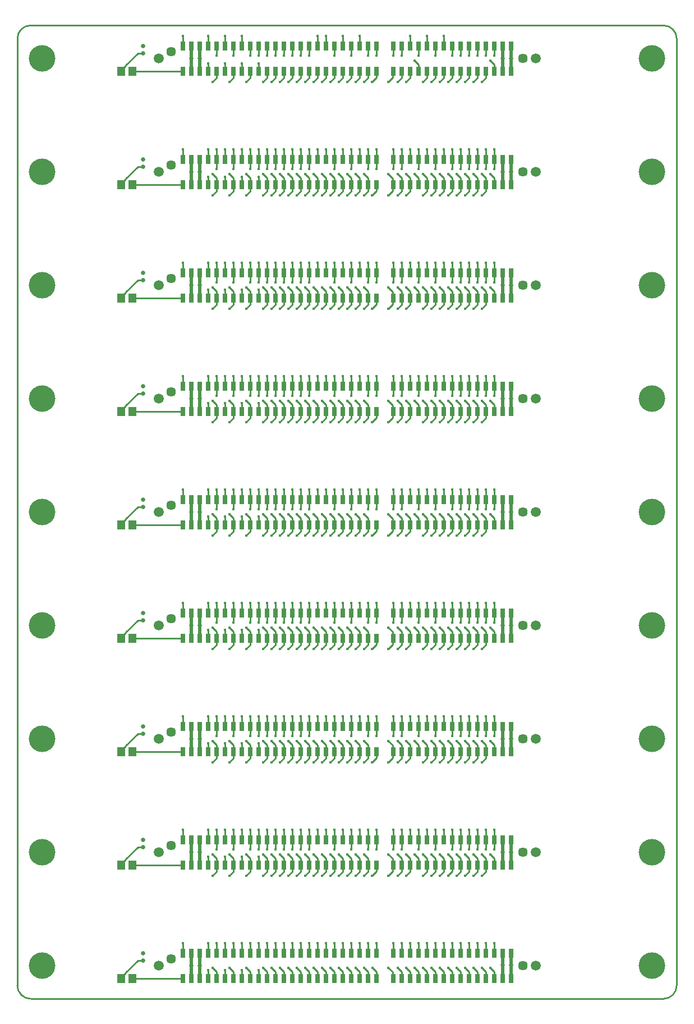
<source format=gbr>
%TF.GenerationSoftware,Altium Limited,Altium Designer,22.11.1 (43)*%
G04 Layer_Physical_Order=1*
G04 Layer_Color=255*
%FSLAX45Y45*%
%MOMM*%
%TF.SameCoordinates,189E8146-0809-41ED-80BF-86DDFA5291D0*%
%TF.FilePolarity,Positive*%
%TF.FileFunction,Copper,L1,Top,Signal*%
%TF.Part,Single*%
G01*
G75*
%TA.AperFunction,SMDPad,CuDef*%
%ADD10R,0.66000X1.35000*%
%ADD11R,1.20000X1.45000*%
%TA.AperFunction,Conductor*%
%ADD12C,0.40000*%
%ADD13C,0.50000*%
%ADD14C,0.29300*%
%ADD15C,0.25400*%
%TA.AperFunction,NonConductor*%
%ADD16C,0.25400*%
%TA.AperFunction,ComponentPad*%
%ADD17C,1.45000*%
%ADD18C,1.50800*%
%TA.AperFunction,ViaPad*%
%ADD19C,4.00000*%
%ADD20C,0.63500*%
%ADD21C,0.44400*%
%ADD22C,0.44450*%
D10*
X7451501Y14370502D02*
D03*
Y13989502D02*
D03*
X7324501Y14370502D02*
D03*
Y13989502D02*
D03*
X7197501Y14370502D02*
D03*
Y13989502D02*
D03*
X7070501Y14370502D02*
D03*
Y13989502D02*
D03*
X6943501Y14370502D02*
D03*
Y13989502D02*
D03*
X6816501Y14370502D02*
D03*
Y13989502D02*
D03*
X6689501Y14370502D02*
D03*
Y13989502D02*
D03*
X6562501Y14370502D02*
D03*
Y13989502D02*
D03*
X6435501Y14370502D02*
D03*
Y13989502D02*
D03*
X6308501Y14370502D02*
D03*
Y13989502D02*
D03*
X6181501Y14370502D02*
D03*
Y13989502D02*
D03*
X6054501Y14370502D02*
D03*
Y13989502D02*
D03*
X5927501Y14370502D02*
D03*
Y13989502D02*
D03*
X5800501Y14370502D02*
D03*
Y13989502D02*
D03*
X5673501Y14370502D02*
D03*
Y13989502D02*
D03*
X5419501Y14370502D02*
D03*
Y13989502D02*
D03*
X5292501Y14370502D02*
D03*
Y13989502D02*
D03*
X5165501Y14370502D02*
D03*
Y13989502D02*
D03*
X5038501Y14370502D02*
D03*
Y13989502D02*
D03*
X4911501Y14370502D02*
D03*
Y13989502D02*
D03*
X4784501Y14370502D02*
D03*
Y13989502D02*
D03*
X4657501Y14370502D02*
D03*
Y13989502D02*
D03*
X4530501Y14370502D02*
D03*
Y13989502D02*
D03*
X4403501Y14370502D02*
D03*
Y13989502D02*
D03*
X4276501Y14370502D02*
D03*
Y13989502D02*
D03*
X4149501Y14370502D02*
D03*
Y13989502D02*
D03*
X4022501Y14370502D02*
D03*
Y13989502D02*
D03*
X3895501Y14370502D02*
D03*
Y13989502D02*
D03*
X3768501Y14370502D02*
D03*
Y13989502D02*
D03*
X3641501Y14370502D02*
D03*
Y13989502D02*
D03*
X3514501Y14370502D02*
D03*
Y13989502D02*
D03*
X3387501Y14370502D02*
D03*
Y13989502D02*
D03*
X3260501Y14370502D02*
D03*
X3260500Y13989502D02*
D03*
X3133501Y14370502D02*
D03*
Y13989502D02*
D03*
X3006501Y14370502D02*
D03*
Y13989502D02*
D03*
X2879501Y14370502D02*
D03*
Y13989502D02*
D03*
X2752501Y14370502D02*
D03*
Y13989502D02*
D03*
X2625501Y14370502D02*
D03*
Y13989502D02*
D03*
X2498501Y14370502D02*
D03*
Y13989502D02*
D03*
Y12279498D02*
D03*
Y12660498D02*
D03*
X2625501Y12279498D02*
D03*
Y12660498D02*
D03*
X2752501Y12279498D02*
D03*
Y12660498D02*
D03*
X2879501Y12279498D02*
D03*
Y12660498D02*
D03*
X3006501Y12279498D02*
D03*
Y12660498D02*
D03*
X3133501Y12279498D02*
D03*
Y12660498D02*
D03*
X3260501Y12279498D02*
D03*
Y12660498D02*
D03*
X3387501Y12279498D02*
D03*
Y12660498D02*
D03*
X3514501Y12279498D02*
D03*
Y12660498D02*
D03*
X3641501Y12279498D02*
D03*
Y12660498D02*
D03*
X3768501Y12279498D02*
D03*
Y12660498D02*
D03*
X3895501Y12279498D02*
D03*
Y12660498D02*
D03*
X4022501Y12279498D02*
D03*
Y12660498D02*
D03*
X4149501Y12279498D02*
D03*
Y12660498D02*
D03*
X4276501Y12279498D02*
D03*
Y12660498D02*
D03*
X4403501Y12279498D02*
D03*
Y12660498D02*
D03*
X4530501Y12279498D02*
D03*
Y12660498D02*
D03*
X4657501Y12279498D02*
D03*
Y12660498D02*
D03*
X4784501Y12279498D02*
D03*
Y12660498D02*
D03*
X4911501Y12279498D02*
D03*
Y12660498D02*
D03*
X5038501Y12279498D02*
D03*
Y12660498D02*
D03*
X5165501Y12279498D02*
D03*
Y12660498D02*
D03*
X5292501Y12279498D02*
D03*
Y12660498D02*
D03*
X5419501Y12279498D02*
D03*
Y12660498D02*
D03*
X5673501Y12279498D02*
D03*
Y12660498D02*
D03*
X5800501Y12279498D02*
D03*
Y12660498D02*
D03*
X5927501Y12279498D02*
D03*
Y12660498D02*
D03*
X6054501Y12279498D02*
D03*
Y12660498D02*
D03*
X6181501Y12279498D02*
D03*
Y12660498D02*
D03*
X6308501Y12279498D02*
D03*
Y12660498D02*
D03*
X6435501Y12279498D02*
D03*
Y12660498D02*
D03*
X6562501Y12279498D02*
D03*
Y12660498D02*
D03*
X6689501Y12279498D02*
D03*
Y12660498D02*
D03*
X6816501Y12279498D02*
D03*
Y12660498D02*
D03*
X6943501Y12279498D02*
D03*
Y12660498D02*
D03*
X7070501Y12279498D02*
D03*
Y12660498D02*
D03*
X7197501Y12279498D02*
D03*
Y12660498D02*
D03*
X7324501Y12279498D02*
D03*
Y12660498D02*
D03*
X7451501Y12279498D02*
D03*
Y12660498D02*
D03*
X2498501Y10569499D02*
D03*
Y10950499D02*
D03*
X2625501Y10569499D02*
D03*
Y10950499D02*
D03*
X2752501Y10569499D02*
D03*
Y10950499D02*
D03*
X2879501Y10569499D02*
D03*
Y10950499D02*
D03*
X3006501Y10569499D02*
D03*
Y10950499D02*
D03*
X3133501Y10569499D02*
D03*
Y10950499D02*
D03*
X3260501Y10569499D02*
D03*
Y10950499D02*
D03*
X3387501Y10569499D02*
D03*
Y10950499D02*
D03*
X3514501Y10569499D02*
D03*
Y10950499D02*
D03*
X3641501Y10569499D02*
D03*
Y10950499D02*
D03*
X3768501Y10569499D02*
D03*
Y10950499D02*
D03*
X3895501Y10569499D02*
D03*
Y10950499D02*
D03*
X4022501Y10569499D02*
D03*
Y10950499D02*
D03*
X4149501Y10569499D02*
D03*
Y10950499D02*
D03*
X4276501Y10569499D02*
D03*
Y10950499D02*
D03*
X4403501Y10569499D02*
D03*
Y10950499D02*
D03*
X4530501Y10569499D02*
D03*
Y10950499D02*
D03*
X4657501Y10569499D02*
D03*
Y10950499D02*
D03*
X4784501Y10569499D02*
D03*
Y10950499D02*
D03*
X4911501Y10569499D02*
D03*
Y10950499D02*
D03*
X5038501Y10569499D02*
D03*
Y10950499D02*
D03*
X5165501Y10569499D02*
D03*
Y10950499D02*
D03*
X5292501Y10569499D02*
D03*
Y10950499D02*
D03*
X5419501Y10569499D02*
D03*
Y10950499D02*
D03*
X5673501Y10569499D02*
D03*
Y10950499D02*
D03*
X5800501Y10569499D02*
D03*
Y10950499D02*
D03*
X5927501Y10569499D02*
D03*
Y10950499D02*
D03*
X6054501Y10569499D02*
D03*
Y10950499D02*
D03*
X6181501Y10569499D02*
D03*
Y10950499D02*
D03*
X6308501Y10569499D02*
D03*
Y10950499D02*
D03*
X6435501Y10569499D02*
D03*
Y10950499D02*
D03*
X6562501Y10569499D02*
D03*
Y10950499D02*
D03*
X6689501Y10569499D02*
D03*
Y10950499D02*
D03*
X6816501Y10569499D02*
D03*
Y10950499D02*
D03*
X6943501Y10569499D02*
D03*
Y10950499D02*
D03*
X7070501Y10569499D02*
D03*
Y10950499D02*
D03*
X7197501Y10569499D02*
D03*
Y10950499D02*
D03*
X7324501Y10569499D02*
D03*
Y10950499D02*
D03*
X7451501Y10569499D02*
D03*
Y10950499D02*
D03*
X2498501Y8859500D02*
D03*
Y9240500D02*
D03*
X2625501Y8859500D02*
D03*
Y9240500D02*
D03*
X2752501Y8859500D02*
D03*
Y9240500D02*
D03*
X2879501Y8859500D02*
D03*
Y9240500D02*
D03*
X3006501Y8859500D02*
D03*
Y9240500D02*
D03*
X3133501Y8859500D02*
D03*
Y9240500D02*
D03*
X3260501Y8859500D02*
D03*
Y9240500D02*
D03*
X3387501Y8859500D02*
D03*
Y9240500D02*
D03*
X3514501Y8859500D02*
D03*
Y9240500D02*
D03*
X3641501Y8859500D02*
D03*
Y9240500D02*
D03*
X3768501Y8859500D02*
D03*
Y9240500D02*
D03*
X3895501Y8859500D02*
D03*
Y9240500D02*
D03*
X4022501Y8859500D02*
D03*
Y9240500D02*
D03*
X4149501Y8859500D02*
D03*
Y9240500D02*
D03*
X4276501Y8859500D02*
D03*
Y9240500D02*
D03*
X4403501Y8859500D02*
D03*
Y9240500D02*
D03*
X4530501Y8859500D02*
D03*
Y9240500D02*
D03*
X4657501Y8859500D02*
D03*
Y9240500D02*
D03*
X4784501Y8859500D02*
D03*
Y9240500D02*
D03*
X4911501Y8859500D02*
D03*
Y9240500D02*
D03*
X5038501Y8859500D02*
D03*
Y9240500D02*
D03*
X5165501Y8859500D02*
D03*
Y9240500D02*
D03*
X5292501Y8859500D02*
D03*
Y9240500D02*
D03*
X5419501Y8859500D02*
D03*
Y9240500D02*
D03*
X5673501Y8859500D02*
D03*
Y9240500D02*
D03*
X5800501Y8859500D02*
D03*
Y9240500D02*
D03*
X5927501Y8859500D02*
D03*
Y9240500D02*
D03*
X6054501Y8859500D02*
D03*
Y9240500D02*
D03*
X6181501Y8859500D02*
D03*
Y9240500D02*
D03*
X6308501Y8859500D02*
D03*
Y9240500D02*
D03*
X6435501Y8859500D02*
D03*
Y9240500D02*
D03*
X6562501Y8859500D02*
D03*
Y9240500D02*
D03*
X6689501Y8859500D02*
D03*
Y9240500D02*
D03*
X6816501Y8859500D02*
D03*
Y9240500D02*
D03*
X6943501Y8859500D02*
D03*
Y9240500D02*
D03*
X7070501Y8859500D02*
D03*
Y9240500D02*
D03*
X7197501Y8859500D02*
D03*
Y9240500D02*
D03*
X7324501Y8859500D02*
D03*
Y9240500D02*
D03*
X7451501Y8859500D02*
D03*
Y9240500D02*
D03*
X2498501Y7149501D02*
D03*
Y7530501D02*
D03*
X2625501Y7149501D02*
D03*
Y7530501D02*
D03*
X2752501Y7149501D02*
D03*
Y7530501D02*
D03*
X2879501Y7149501D02*
D03*
Y7530501D02*
D03*
X3006501Y7149501D02*
D03*
Y7530501D02*
D03*
X3133501Y7149501D02*
D03*
Y7530501D02*
D03*
X3260501Y7149501D02*
D03*
Y7530501D02*
D03*
X3387501Y7149501D02*
D03*
Y7530501D02*
D03*
X3514501Y7149501D02*
D03*
Y7530501D02*
D03*
X3641501Y7149501D02*
D03*
Y7530501D02*
D03*
X3768501Y7149501D02*
D03*
Y7530501D02*
D03*
X3895501Y7149501D02*
D03*
Y7530501D02*
D03*
X4022501Y7149501D02*
D03*
Y7530501D02*
D03*
X4149501Y7149501D02*
D03*
Y7530501D02*
D03*
X4276501Y7149501D02*
D03*
Y7530501D02*
D03*
X4403501Y7149501D02*
D03*
Y7530501D02*
D03*
X4530501Y7149501D02*
D03*
Y7530501D02*
D03*
X4657501Y7149501D02*
D03*
Y7530501D02*
D03*
X4784501Y7149501D02*
D03*
Y7530501D02*
D03*
X4911501Y7149501D02*
D03*
Y7530501D02*
D03*
X5038501Y7149501D02*
D03*
Y7530501D02*
D03*
X5165501Y7149501D02*
D03*
Y7530501D02*
D03*
X5292501Y7149501D02*
D03*
Y7530501D02*
D03*
X5419501Y7149501D02*
D03*
Y7530501D02*
D03*
X5673501Y7149501D02*
D03*
Y7530501D02*
D03*
X5800501Y7149501D02*
D03*
Y7530501D02*
D03*
X5927501Y7149501D02*
D03*
Y7530501D02*
D03*
X6054501Y7149501D02*
D03*
Y7530501D02*
D03*
X6181501Y7149501D02*
D03*
Y7530501D02*
D03*
X6308501Y7149501D02*
D03*
Y7530501D02*
D03*
X6435501Y7149501D02*
D03*
Y7530501D02*
D03*
X6562501Y7149501D02*
D03*
Y7530501D02*
D03*
X6689501Y7149501D02*
D03*
Y7530501D02*
D03*
X6816501Y7149501D02*
D03*
Y7530501D02*
D03*
X6943501Y7149501D02*
D03*
Y7530501D02*
D03*
X7070501Y7149501D02*
D03*
Y7530501D02*
D03*
X7197501Y7149501D02*
D03*
Y7530501D02*
D03*
X7324501Y7149501D02*
D03*
Y7530501D02*
D03*
X7451501Y7149501D02*
D03*
Y7530501D02*
D03*
X2498501Y5439501D02*
D03*
Y5820501D02*
D03*
X2625501Y5439501D02*
D03*
Y5820501D02*
D03*
X2752501Y5439501D02*
D03*
Y5820501D02*
D03*
X2879501Y5439501D02*
D03*
Y5820501D02*
D03*
X3006501Y5439501D02*
D03*
Y5820501D02*
D03*
X3133501Y5439501D02*
D03*
Y5820501D02*
D03*
X3260501Y5439501D02*
D03*
Y5820501D02*
D03*
X3387501Y5439501D02*
D03*
Y5820501D02*
D03*
X3514501Y5439501D02*
D03*
Y5820501D02*
D03*
X3641501Y5439501D02*
D03*
Y5820501D02*
D03*
X3768501Y5439501D02*
D03*
Y5820501D02*
D03*
X3895501Y5439501D02*
D03*
Y5820501D02*
D03*
X4022501Y5439501D02*
D03*
Y5820501D02*
D03*
X4149501Y5439501D02*
D03*
Y5820501D02*
D03*
X4276501Y5439501D02*
D03*
Y5820501D02*
D03*
X4403501Y5439501D02*
D03*
Y5820501D02*
D03*
X4530501Y5439501D02*
D03*
Y5820501D02*
D03*
X4657501Y5439501D02*
D03*
Y5820501D02*
D03*
X4784501Y5439501D02*
D03*
Y5820501D02*
D03*
X4911501Y5439501D02*
D03*
Y5820501D02*
D03*
X5038501Y5439501D02*
D03*
Y5820501D02*
D03*
X5165501Y5439501D02*
D03*
Y5820501D02*
D03*
X5292501Y5439501D02*
D03*
Y5820501D02*
D03*
X5419501Y5439501D02*
D03*
Y5820501D02*
D03*
X5673501Y5439501D02*
D03*
Y5820501D02*
D03*
X5800501Y5439501D02*
D03*
Y5820501D02*
D03*
X5927501Y5439501D02*
D03*
Y5820501D02*
D03*
X6054501Y5439501D02*
D03*
Y5820501D02*
D03*
X6181501Y5439501D02*
D03*
Y5820501D02*
D03*
X6308501Y5439501D02*
D03*
Y5820501D02*
D03*
X6435501Y5439501D02*
D03*
Y5820501D02*
D03*
X6562501Y5439501D02*
D03*
Y5820501D02*
D03*
X6689501Y5439501D02*
D03*
Y5820501D02*
D03*
X6816501Y5439501D02*
D03*
Y5820501D02*
D03*
X6943501Y5439501D02*
D03*
Y5820501D02*
D03*
X7070501Y5439501D02*
D03*
Y5820501D02*
D03*
X7197501Y5439501D02*
D03*
Y5820501D02*
D03*
X7324501Y5439501D02*
D03*
Y5820501D02*
D03*
X7451501Y5439501D02*
D03*
Y5820501D02*
D03*
X2498501Y3729502D02*
D03*
Y4110502D02*
D03*
X2625501Y3729502D02*
D03*
Y4110502D02*
D03*
X2752501Y3729502D02*
D03*
Y4110502D02*
D03*
X2879501Y3729502D02*
D03*
Y4110502D02*
D03*
X3006501Y3729502D02*
D03*
Y4110502D02*
D03*
X3133501Y3729502D02*
D03*
Y4110502D02*
D03*
X3260501Y3729502D02*
D03*
Y4110502D02*
D03*
X3387501Y3729502D02*
D03*
Y4110502D02*
D03*
X3514501Y3729502D02*
D03*
Y4110502D02*
D03*
X3641501Y3729502D02*
D03*
Y4110502D02*
D03*
X3768501Y3729502D02*
D03*
Y4110502D02*
D03*
X3895501Y3729502D02*
D03*
Y4110502D02*
D03*
X4022501Y3729502D02*
D03*
Y4110502D02*
D03*
X4149501Y3729502D02*
D03*
Y4110502D02*
D03*
X4276501Y3729502D02*
D03*
Y4110502D02*
D03*
X4403501Y3729502D02*
D03*
Y4110502D02*
D03*
X4530501Y3729502D02*
D03*
Y4110502D02*
D03*
X4657501Y3729502D02*
D03*
Y4110502D02*
D03*
X4784501Y3729502D02*
D03*
Y4110502D02*
D03*
X4911501Y3729502D02*
D03*
Y4110502D02*
D03*
X5038501Y3729502D02*
D03*
Y4110502D02*
D03*
X5165501Y3729502D02*
D03*
Y4110502D02*
D03*
X5292501Y3729502D02*
D03*
Y4110502D02*
D03*
X5419501Y3729502D02*
D03*
Y4110502D02*
D03*
X5673501Y3729502D02*
D03*
Y4110502D02*
D03*
X5800501Y3729502D02*
D03*
Y4110502D02*
D03*
X5927501Y3729502D02*
D03*
Y4110502D02*
D03*
X6054501Y3729502D02*
D03*
Y4110502D02*
D03*
X6181501Y3729502D02*
D03*
Y4110502D02*
D03*
X6308501Y3729502D02*
D03*
Y4110502D02*
D03*
X6435501Y3729502D02*
D03*
Y4110502D02*
D03*
X6562501Y3729502D02*
D03*
Y4110502D02*
D03*
X6689501Y3729502D02*
D03*
Y4110502D02*
D03*
X6816501Y3729502D02*
D03*
Y4110502D02*
D03*
X6943501Y3729502D02*
D03*
Y4110502D02*
D03*
X7070501Y3729502D02*
D03*
Y4110502D02*
D03*
X7197501Y3729502D02*
D03*
Y4110502D02*
D03*
X7324501Y3729502D02*
D03*
Y4110502D02*
D03*
X7451501Y3729502D02*
D03*
Y4110502D02*
D03*
X2498501Y2019498D02*
D03*
Y2400498D02*
D03*
X2625501Y2019498D02*
D03*
Y2400498D02*
D03*
X2752501Y2019498D02*
D03*
Y2400498D02*
D03*
X2879501Y2019498D02*
D03*
Y2400498D02*
D03*
X3006501Y2019498D02*
D03*
Y2400498D02*
D03*
X3133501Y2019498D02*
D03*
Y2400498D02*
D03*
X3260501Y2019498D02*
D03*
Y2400498D02*
D03*
X3387501Y2019498D02*
D03*
Y2400498D02*
D03*
X3514501Y2019498D02*
D03*
Y2400498D02*
D03*
X3641501Y2019498D02*
D03*
Y2400498D02*
D03*
X3768501Y2019498D02*
D03*
Y2400498D02*
D03*
X3895501Y2019498D02*
D03*
Y2400498D02*
D03*
X4022501Y2019498D02*
D03*
Y2400498D02*
D03*
X4149501Y2019498D02*
D03*
Y2400498D02*
D03*
X4276501Y2019498D02*
D03*
Y2400498D02*
D03*
X4403501Y2019498D02*
D03*
Y2400498D02*
D03*
X4530501Y2019498D02*
D03*
Y2400498D02*
D03*
X4657501Y2019498D02*
D03*
Y2400498D02*
D03*
X4784501Y2019498D02*
D03*
Y2400498D02*
D03*
X4911501Y2019498D02*
D03*
Y2400498D02*
D03*
X5038501Y2019498D02*
D03*
Y2400498D02*
D03*
X5165501Y2019498D02*
D03*
Y2400498D02*
D03*
X5292501Y2019498D02*
D03*
Y2400498D02*
D03*
X5419501Y2019498D02*
D03*
Y2400498D02*
D03*
X5673501Y2019498D02*
D03*
Y2400498D02*
D03*
X5800501Y2019498D02*
D03*
Y2400498D02*
D03*
X5927501Y2019498D02*
D03*
Y2400498D02*
D03*
X6054501Y2019498D02*
D03*
Y2400498D02*
D03*
X6181501Y2019498D02*
D03*
Y2400498D02*
D03*
X6308501Y2019498D02*
D03*
Y2400498D02*
D03*
X6435501Y2019498D02*
D03*
Y2400498D02*
D03*
X6562501Y2019498D02*
D03*
Y2400498D02*
D03*
X6689501Y2019498D02*
D03*
Y2400498D02*
D03*
X6816501Y2019498D02*
D03*
Y2400498D02*
D03*
X6943501Y2019498D02*
D03*
Y2400498D02*
D03*
X7070501Y2019498D02*
D03*
Y2400498D02*
D03*
X7197501Y2019498D02*
D03*
Y2400498D02*
D03*
X7324501Y2019498D02*
D03*
Y2400498D02*
D03*
X7451501Y2019498D02*
D03*
Y2400498D02*
D03*
Y309499D02*
D03*
X7324501Y690499D02*
D03*
X7197501Y309499D02*
D03*
X7070501Y690499D02*
D03*
X6943501Y309499D02*
D03*
X6689501Y690499D02*
D03*
X6562501D02*
D03*
X2752501D02*
D03*
X2625501D02*
D03*
X6689501Y309499D02*
D03*
X6562501D02*
D03*
X2752501D02*
D03*
X2625501D02*
D03*
X6308501Y690499D02*
D03*
Y309499D02*
D03*
X6181501Y690499D02*
D03*
Y309499D02*
D03*
X6054501Y690499D02*
D03*
Y309499D02*
D03*
X5927501Y690499D02*
D03*
Y309499D02*
D03*
X5800501Y690499D02*
D03*
Y309499D02*
D03*
X5673501Y690499D02*
D03*
Y309499D02*
D03*
X5419501Y690499D02*
D03*
Y309499D02*
D03*
X5292501Y690499D02*
D03*
Y309499D02*
D03*
X5038501Y690499D02*
D03*
Y309499D02*
D03*
X4911501Y690499D02*
D03*
Y309499D02*
D03*
X4784501Y690499D02*
D03*
Y309499D02*
D03*
X4657501Y690499D02*
D03*
Y309499D02*
D03*
X4530501Y690499D02*
D03*
X4403501D02*
D03*
Y309499D02*
D03*
X4276501Y690499D02*
D03*
Y309499D02*
D03*
X4149501Y690499D02*
D03*
X4022501Y309499D02*
D03*
X3895501Y690499D02*
D03*
X3768501D02*
D03*
Y309499D02*
D03*
X3641501Y690499D02*
D03*
Y309499D02*
D03*
X3514501D02*
D03*
X3387501D02*
D03*
X3260501D02*
D03*
X3133501D02*
D03*
X3006501D02*
D03*
X3514501Y690499D02*
D03*
X3387501D02*
D03*
X3260501D02*
D03*
X3133501D02*
D03*
X3006501D02*
D03*
X2498501Y309499D02*
D03*
X7451501Y690499D02*
D03*
X7324501Y309499D02*
D03*
X7197501Y690499D02*
D03*
X7070501Y309499D02*
D03*
X6943501Y690499D02*
D03*
X6816501D02*
D03*
Y309499D02*
D03*
X6435501Y690499D02*
D03*
Y309499D02*
D03*
X5165501Y690499D02*
D03*
Y309499D02*
D03*
X4530501D02*
D03*
X4149501D02*
D03*
X4022501Y690499D02*
D03*
X3895501Y309499D02*
D03*
X2879501Y690499D02*
D03*
Y309499D02*
D03*
X2498501Y690499D02*
D03*
D11*
X1734998Y13989502D02*
D03*
X1565001D02*
D03*
X1734998Y12279498D02*
D03*
X1565001D02*
D03*
X1734998Y10569499D02*
D03*
X1565001D02*
D03*
X1734998Y8859500D02*
D03*
X1565001D02*
D03*
X1734998Y7149501D02*
D03*
X1565001D02*
D03*
X1734998Y5439501D02*
D03*
X1565001D02*
D03*
X1734998Y3729502D02*
D03*
X1565001D02*
D03*
X1734998Y2019498D02*
D03*
X1565001D02*
D03*
X1734998Y309499D02*
D03*
X1565001D02*
D03*
D12*
X7451500Y14184502D02*
X7451501Y14184502D01*
Y13989500D02*
X7451501Y13989500D01*
X7451500Y14184502D02*
X7451501Y14184502D01*
Y14370500D02*
X7451501Y14370502D01*
X7451500Y12474501D02*
X7451501Y12474501D01*
Y12279501D02*
X7451501Y12279500D01*
X7451500Y12474501D02*
X7451501Y12474502D01*
Y12660500D02*
X7451501Y12660500D01*
X7451500Y10764501D02*
X7451501Y10764500D01*
Y10569501D02*
X7451501Y10569500D01*
X7451500Y10764501D02*
X7451501Y10764502D01*
Y10950500D02*
X7451501Y10950500D01*
X7451500Y9054501D02*
X7451501Y9054500D01*
Y8859501D02*
X7451501Y8859500D01*
X7451500Y9054501D02*
X7451501Y9054502D01*
Y9240499D02*
X7451501Y9240500D01*
X7451500Y7344501D02*
X7451501Y7344501D01*
Y7149501D02*
X7451501Y7149501D01*
X7451500Y7344501D02*
X7451501Y7344502D01*
Y7530500D02*
X7451501Y7530501D01*
X7451500Y5634501D02*
X7451501Y5634501D01*
Y5439501D02*
X7451501Y5439500D01*
X7451500Y5634501D02*
X7451501Y5634502D01*
Y5820500D02*
X7451501Y5820500D01*
X7451500Y3924501D02*
X7451501Y3924501D01*
Y3729501D02*
X7451501Y3729501D01*
X7451500Y3924501D02*
X7451501Y3924502D01*
Y4110500D02*
X7451501Y4110501D01*
X7451500Y2214502D02*
X7451501Y2214501D01*
Y2019501D02*
X7451501Y2019501D01*
X7451500Y2214502D02*
X7451501Y2214502D01*
Y2400500D02*
X7451501Y2400501D01*
X7451500Y504501D02*
X7451501Y504501D01*
Y309501D02*
X7451501Y309501D01*
X7451500Y504501D02*
X7451501Y504502D01*
Y690500D02*
X7451501Y690501D01*
X7451500Y504500D02*
X7451501Y504501D01*
X7451500Y504500D02*
X7451501Y504499D01*
D13*
Y13989500D02*
Y14184502D01*
Y14184502D02*
Y14370500D01*
Y12279501D02*
Y12474501D01*
Y12474502D02*
Y12660500D01*
Y10569501D02*
Y10764500D01*
Y10764502D02*
Y10950500D01*
Y8859501D02*
Y9054500D01*
Y9054502D02*
Y9240499D01*
Y7149501D02*
Y7344501D01*
Y7344502D02*
Y7530500D01*
Y5439501D02*
Y5634501D01*
Y5634502D02*
Y5820500D01*
Y3729501D02*
Y3924501D01*
Y3924502D02*
Y4110500D01*
Y2019501D02*
Y2214501D01*
Y2214502D02*
Y2400500D01*
Y504501D02*
Y690498D01*
Y309500D02*
Y504499D01*
X7324501Y309499D02*
Y504501D01*
Y690499D01*
X2752501Y13989500D02*
Y14370500D01*
X2625501Y13989500D02*
Y14370500D01*
X7324501Y14184502D02*
Y14370499D01*
Y13989499D02*
Y14184502D01*
X2752501Y12279500D02*
Y12660500D01*
X2625501Y12279500D02*
Y12660500D01*
X7324501Y12474502D02*
Y12660499D01*
Y12279499D02*
Y12474502D01*
X2752501Y10569500D02*
Y10950500D01*
X2625501Y10569500D02*
Y10950500D01*
X7324501Y10764502D02*
Y10950499D01*
Y10569499D02*
Y10764502D01*
X2752501Y8859500D02*
Y9240500D01*
X2625501Y8859500D02*
Y9240500D01*
X7324501Y9054502D02*
Y9240499D01*
Y8859499D02*
Y9054502D01*
X2752501Y7149500D02*
Y7530500D01*
X2625501Y7149500D02*
Y7530500D01*
X7324501Y7344502D02*
Y7530499D01*
Y7149499D02*
Y7344502D01*
X2752501Y5439500D02*
Y5820500D01*
X2625501Y5439500D02*
Y5820500D01*
X7324501Y5634502D02*
Y5820499D01*
Y5439499D02*
Y5634502D01*
X2752501Y3729500D02*
Y4110500D01*
X2625501Y3729500D02*
Y4110500D01*
X7324501Y3924502D02*
Y4110499D01*
Y3729499D02*
Y3924502D01*
Y2214502D02*
Y2400499D01*
Y2019499D02*
Y2214502D01*
X7324501Y2019498D02*
Y2214502D01*
Y2400498D01*
X2625501Y2019499D02*
Y2400499D01*
X2752501Y2019499D02*
Y2400499D01*
Y309499D02*
Y690499D01*
X2625501Y309499D02*
Y690499D01*
D14*
X2498501Y690500D02*
Y840499D01*
Y690500D02*
X2498501Y690499D01*
X2498500Y840500D02*
X2498501Y840499D01*
X2498501Y14370499D02*
Y14520499D01*
Y14370499D02*
X2498502Y14370499D01*
X2498500Y14520500D02*
X2498501Y14520499D01*
Y12660499D02*
Y12810500D01*
Y12660499D02*
X2498502Y12660498D01*
X2498500Y12810500D02*
X2498501Y12810500D01*
Y10950499D02*
Y11100498D01*
Y10950499D02*
X2498502Y10950498D01*
X2498500Y11100499D02*
X2498501Y11100498D01*
Y9240499D02*
Y9390498D01*
Y9240499D02*
X2498502Y9240498D01*
X2498500Y9390499D02*
X2498501Y9390498D01*
Y7530499D02*
Y7680499D01*
Y7530499D02*
X2498502Y7530499D01*
X2498500Y7680499D02*
X2498501Y7680499D01*
Y5820499D02*
Y5970499D01*
Y5820499D02*
X2498502Y5820498D01*
X2498500Y5970499D02*
X2498501Y5970499D01*
Y4110499D02*
Y4260499D01*
Y4110499D02*
X2498502Y4110499D01*
X2498500Y4260499D02*
X2498501Y4260499D01*
Y2400499D02*
Y2550499D01*
Y2400499D02*
X2498502Y2400499D01*
X2498500Y2550500D02*
X2498501Y2550499D01*
X6181501Y690500D02*
Y840499D01*
Y690500D02*
X6181501Y690499D01*
X6181500Y840500D02*
X6181501Y840499D01*
X2879500Y2400499D02*
Y2550499D01*
X2879499Y2550500D02*
X2879500Y2550499D01*
Y2400499D02*
X2879501Y2400498D01*
X2879500Y14370503D02*
Y14520499D01*
X2879499Y14520500D02*
X2879500Y14520499D01*
Y14370503D02*
X2879501Y14370502D01*
X2879500Y12660499D02*
Y12810500D01*
Y12660499D02*
X2879501Y12660498D01*
X2879499Y12810500D02*
X2879500Y12810500D01*
Y10950500D02*
Y11100499D01*
Y10950500D02*
X2879501Y10950499D01*
X2879499Y11100500D02*
X2879500Y11100499D01*
Y9240501D02*
Y9390499D01*
Y9240501D02*
X2879501Y9240500D01*
X2879499Y9390500D02*
X2879500Y9390499D01*
Y7530502D02*
Y7680499D01*
Y7530502D02*
X2879501Y7530501D01*
X2879499Y7680500D02*
X2879500Y7680499D01*
Y5820502D02*
Y5970499D01*
X2879499Y5970500D02*
X2879500Y5970499D01*
Y5820502D02*
X2879501Y5820501D01*
X2879500Y4110503D02*
Y4260499D01*
X2879499Y4260500D02*
X2879500Y4260499D01*
Y4110503D02*
X2879501Y4110502D01*
X3514500Y2250501D02*
Y2550500D01*
Y3960502D02*
Y4260500D01*
Y5670501D02*
Y5970500D01*
Y7380501D02*
Y7680500D01*
Y9090502D02*
Y9390500D01*
Y10800501D02*
Y11100500D01*
Y12510501D02*
Y12810500D01*
X3514499Y14220502D02*
X3514500Y14220502D01*
Y14370502D02*
X3514501Y14370502D01*
X3514500Y14220502D02*
Y14370502D01*
X2879501Y690500D02*
Y840499D01*
Y690500D02*
X2879501Y690499D01*
X2879500Y840500D02*
X2879501Y840499D01*
X4276501Y2116499D02*
X4276501Y2116498D01*
X4212999Y2180001D02*
X4276501Y2116499D01*
X4403501Y12510501D02*
Y12810501D01*
Y10800500D02*
Y11100501D01*
Y9090501D02*
Y9390501D01*
Y7380501D02*
Y7680501D01*
Y5670501D02*
Y5970501D01*
Y3960501D02*
Y4260501D01*
X6119999Y2180000D02*
Y2180001D01*
X6435500Y14520502D02*
X6435501Y14520500D01*
Y14370503D02*
X6435501Y14370502D01*
X6435501Y14370503D02*
Y14520500D01*
Y12660499D02*
Y12810500D01*
X6435500Y12810501D02*
X6435501Y12810500D01*
Y12660499D02*
X6435501Y12660498D01*
X6435501Y10950500D02*
Y11100500D01*
X6435500Y11100501D02*
X6435501Y11100500D01*
Y10950500D02*
X6435501Y10950499D01*
X6435501Y9240500D02*
Y9390500D01*
X6435500Y9390501D02*
X6435501Y9390500D01*
Y9240500D02*
X6435501Y9240500D01*
X6435500Y7680501D02*
X6435501Y7680500D01*
Y7530501D02*
X6435501Y7530501D01*
X6435501Y7530501D02*
Y7680500D01*
X6435500Y5970501D02*
X6435501Y5970500D01*
Y5820502D02*
X6435501Y5820501D01*
X6435501Y5820502D02*
Y5970500D01*
X6435500Y4260501D02*
X6435501Y4260500D01*
Y4110503D02*
X6435501Y4110502D01*
X6435501Y4110503D02*
Y4260500D01*
Y2400499D02*
Y2550499D01*
X6435500Y2550500D02*
X6435501Y2550499D01*
Y2400499D02*
X6435501Y2400498D01*
X6435501Y690500D02*
Y840499D01*
X6435500Y840500D02*
X6435501Y840499D01*
Y690500D02*
X6435501Y690499D01*
X6499999Y1859001D02*
Y1860000D01*
X6500000Y1859000D02*
Y1859001D01*
X6629999Y12119001D02*
Y12122689D01*
Y10409001D02*
Y10412689D01*
Y8699001D02*
Y8702689D01*
Y6989001D02*
Y6992689D01*
Y5279001D02*
Y5282689D01*
Y3569001D02*
Y3572689D01*
X7007000Y13829001D02*
X7070501Y13892502D01*
Y13989502D01*
X6879999Y13829001D02*
X6943501Y13892503D01*
Y13989502D01*
X6816501Y13892502D02*
Y13989502D01*
X6753000Y13829001D02*
X6816501Y13892502D01*
X6626000Y13829001D02*
X6689501Y13892502D01*
Y13989502D01*
X6499000Y13829001D02*
X6562501Y13892502D01*
Y13989502D01*
X6372000Y13829001D02*
X6435501Y13892502D01*
Y13989502D01*
X6308501Y13892503D02*
Y13989502D01*
X6244999Y13829001D02*
X6308501Y13892503D01*
X6181501Y13892502D02*
Y13989502D01*
X6118000Y13829001D02*
X6181501Y13892502D01*
X7070501Y12182502D02*
Y12376499D01*
X7007000Y12440001D02*
X7070501Y12376499D01*
X6118000Y12440001D02*
X6181501Y12376499D01*
Y12182502D02*
Y12376499D01*
X6118000Y12119001D02*
X6181501Y12182502D01*
X6435501D02*
Y12376499D01*
X6372000Y12440001D02*
X6435501Y12376499D01*
X6499000Y12119001D02*
X6562501Y12182502D01*
Y12376499D01*
X6372000Y12119001D02*
X6435501Y12182502D01*
X6499000Y12440001D02*
X6562501Y12376499D01*
X6689501Y12182502D02*
Y12279498D01*
X6626000Y12119001D02*
X6689501Y12182502D01*
Y12279498D02*
Y12376499D01*
X6626000Y12440001D02*
X6689501Y12376499D01*
X6753000Y12119001D02*
X6816501Y12182502D01*
Y12279498D01*
Y12376499D01*
X6753000Y12440001D02*
X6816501Y12376499D01*
X7007000Y12119001D02*
X7070501Y12182502D01*
X6118000Y10409001D02*
X6181501Y10472502D01*
Y10569499D01*
X6118000Y10730000D02*
X6181501Y10666499D01*
Y10569499D02*
Y10666499D01*
X6372000Y10730000D02*
X6435501Y10666499D01*
Y10472502D02*
Y10666499D01*
X6372000Y10409001D02*
X6435501Y10472502D01*
X6499000Y10730000D02*
X6562501Y10666499D01*
Y10472502D02*
Y10666499D01*
X6499000Y10409001D02*
X6562501Y10472502D01*
X6626000Y10730000D02*
X6689501Y10666499D01*
Y10569499D02*
Y10666499D01*
X6626000Y10409001D02*
X6689501Y10472502D01*
Y10569499D01*
X6753000Y10409001D02*
X6816501Y10472502D01*
Y10569499D01*
Y10666499D01*
X6753000Y10730000D02*
X6816501Y10666499D01*
X7070501Y10569499D02*
Y10666499D01*
X7007000Y10730000D02*
X7070501Y10666499D01*
Y10472502D02*
Y10569499D01*
X7007000Y10409001D02*
X7070501Y10472502D01*
X6118000Y8699001D02*
X6181501Y8762502D01*
Y8859500D01*
X6118000Y9020001D02*
X6181501Y8956499D01*
Y8859500D02*
Y8956499D01*
X6372000Y8699001D02*
X6435501Y8762502D01*
Y8859500D01*
Y8956499D01*
X6372000Y9020001D02*
X6435501Y8956499D01*
X6499000Y8699001D02*
X6562501Y8762502D01*
Y8859500D01*
X6499000Y9020001D02*
X6562501Y8956499D01*
Y8859500D02*
Y8956499D01*
X6689501Y8859500D02*
Y8956499D01*
X6626000Y9020001D02*
X6689501Y8956499D01*
X6626000Y8699001D02*
X6689501Y8762502D01*
Y8859500D01*
X6753000Y9020001D02*
X6816501Y8956499D01*
Y8762502D02*
Y8956499D01*
X6753000Y8699001D02*
X6816501Y8762502D01*
X7007000Y9020001D02*
X7070501Y8956499D01*
Y8859500D02*
Y8956499D01*
Y8762502D02*
Y8859500D01*
X7007000Y8699001D02*
X7070501Y8762502D01*
X6118000Y7310001D02*
X6181501Y7246499D01*
Y7149501D02*
Y7246499D01*
X6118000Y6989001D02*
X6181501Y7052502D01*
Y7149501D01*
X6372000Y6989001D02*
X6435501Y7052502D01*
Y7149501D01*
X6372000Y7310001D02*
X6435501Y7246499D01*
Y7149501D02*
Y7246499D01*
X6499000Y7310001D02*
X6562501Y7246499D01*
Y7149501D02*
Y7246499D01*
X6499000Y6989001D02*
X6562501Y7052502D01*
Y7149501D01*
X6689501Y7052502D02*
Y7149501D01*
X6626000Y6989001D02*
X6689501Y7052502D01*
X6626000Y7310001D02*
X6689501Y7246499D01*
Y7149501D02*
Y7246499D01*
X6816501Y7149501D02*
Y7246499D01*
X6753000Y7310001D02*
X6816501Y7246499D01*
X6753000Y6989001D02*
X6816501Y7052502D01*
Y7149501D01*
X7007000Y7310001D02*
X7070501Y7246499D01*
Y7149501D02*
Y7246499D01*
Y7052502D02*
Y7149501D01*
X7007000Y6989001D02*
X7070501Y7052502D01*
Y5342502D02*
Y5439501D01*
X7007000Y5279001D02*
X7070501Y5342502D01*
X6118000Y5600001D02*
X6181501Y5536499D01*
Y5439501D02*
Y5536499D01*
X6118000Y5279001D02*
X6181501Y5342502D01*
Y5439501D01*
X6372000Y5600001D02*
X6435501Y5536499D01*
Y5439501D02*
Y5536499D01*
X6372000Y5279001D02*
X6435501Y5342502D01*
Y5439501D01*
X6499000Y5279001D02*
X6562501Y5342502D01*
Y5439501D01*
X6499000Y5600001D02*
X6562501Y5536499D01*
Y5439501D02*
Y5536499D01*
X6689501Y5439501D02*
Y5536499D01*
X6626000Y5600001D02*
X6689501Y5536499D01*
X6626000Y5279001D02*
X6689501Y5342502D01*
Y5439501D01*
X6753000Y5279001D02*
X6816501Y5342502D01*
Y5439501D01*
Y5536499D01*
X6753000Y5600001D02*
X6816501Y5536499D01*
X7007000Y5600001D02*
X7070501Y5536499D01*
Y5439501D02*
Y5536499D01*
X6118000Y3890001D02*
X6181501Y3826499D01*
Y3729502D02*
Y3826499D01*
X6118000Y3569001D02*
X6181501Y3632503D01*
Y3729502D01*
X6372000Y3569001D02*
X6435501Y3632503D01*
Y3729502D01*
X6372000Y3890001D02*
X6435501Y3826499D01*
Y3729502D02*
Y3826499D01*
X6499000Y3890001D02*
X6562501Y3826499D01*
Y3729502D02*
Y3826499D01*
X6499000Y3569001D02*
X6562501Y3632503D01*
Y3729502D01*
X6689501Y3632503D02*
Y3729502D01*
X6626000Y3569001D02*
X6689501Y3632503D01*
Y3729502D02*
Y3826499D01*
X6626000Y3890001D02*
X6689501Y3826499D01*
X6753000Y3890001D02*
X6816501Y3826499D01*
Y3632503D02*
Y3826499D01*
X6753000Y3569001D02*
X6816501Y3632503D01*
X7007000Y3890001D02*
X7070501Y3826499D01*
Y3729502D02*
Y3826499D01*
Y3632503D02*
Y3729502D01*
X7007000Y3569001D02*
X7070501Y3632503D01*
X6499000Y2180000D02*
X6562501Y2116498D01*
Y1922502D02*
Y2116498D01*
X6816501Y1922502D02*
Y2116498D01*
X6753000Y2180000D02*
X6816501Y2116498D01*
X6753000Y1859000D02*
X6816501Y1922502D01*
X6181501Y1922502D02*
Y2019498D01*
X6118000Y1859001D02*
X6181501Y1922502D01*
X6118000Y2180000D02*
X6181501Y2116498D01*
Y2019498D02*
Y2116498D01*
X6372000Y2180000D02*
X6435501Y2116498D01*
Y2019498D02*
Y2116498D01*
X6372000Y1859001D02*
X6435501Y1922502D01*
Y2019498D01*
X6499999Y1860000D02*
X6562501Y1922502D01*
X6499000Y1859001D02*
X6499999Y1860000D01*
X6689501Y2019498D02*
Y2116498D01*
X6626000Y2180000D02*
X6689501Y2116498D01*
X6626000Y1859000D02*
X6689501Y1922502D01*
Y2019498D01*
X7070501Y1922502D02*
Y2116499D01*
X7007000Y1859001D02*
X7070501Y1922502D01*
X7007000Y2180001D02*
X7070501Y2116499D01*
X3641501Y309499D02*
Y429875D01*
X3387501Y309499D02*
Y429875D01*
X3133500D02*
X3133501Y429874D01*
Y309500D02*
X3133501Y309499D01*
X3133501Y309500D02*
Y429874D01*
X2879501Y309500D02*
X2879501Y309499D01*
X2879501Y309500D02*
Y429899D01*
X2879500Y429900D02*
X2879501Y429899D01*
X3133501Y690500D02*
Y840499D01*
X3133500Y840500D02*
X3133501Y840499D01*
Y690500D02*
X3133501Y690499D01*
X3387501Y690500D02*
X3387501Y690499D01*
X3387501Y690500D02*
Y840499D01*
X3387500Y840500D02*
X3387501Y840499D01*
X4530501Y690500D02*
Y840499D01*
Y690500D02*
X4530501Y690499D01*
X4530500Y840500D02*
X4530501Y840499D01*
X4657501Y690500D02*
Y840499D01*
Y690500D02*
X4657501Y690499D01*
X4657500Y840500D02*
X4657501Y840499D01*
X4911501Y690500D02*
X4911501Y690499D01*
X4911501Y690500D02*
Y840499D01*
X4911500Y840500D02*
X4911501Y840499D01*
X5165501Y690500D02*
Y840499D01*
Y690500D02*
X5165501Y690499D01*
X5165500Y840500D02*
X5165501Y840499D01*
X5356000Y470000D02*
X5419501Y406499D01*
Y309499D02*
Y406499D01*
X5991000Y470000D02*
X6054501Y406499D01*
Y309499D02*
Y406499D01*
X3514501Y1922502D02*
Y2019499D01*
X4911501Y1922502D02*
Y2116498D01*
X6244999Y2180001D02*
X6308501Y2116498D01*
X4847999Y2180001D02*
X4911501Y2116498D01*
X4720999Y2180001D02*
X4784501Y2116498D01*
X4086000Y2180000D02*
X4149501Y2116498D01*
Y2019498D02*
Y2116498D01*
X7134000Y2180000D02*
X7197501Y2116498D01*
X5990999Y2180001D02*
X6054501Y2116499D01*
X4276501Y13892502D02*
Y13989500D01*
X4276501Y13989502D01*
X4784501Y13892502D02*
Y13989500D01*
X4784501Y13989502D01*
X4911501Y13892502D02*
Y13989500D01*
X4911501Y13989502D01*
X2942999Y13829001D02*
X3006501Y13892502D01*
Y13989499D01*
X3260501Y13892502D02*
Y13989499D01*
X3196999Y13829001D02*
X3260501Y13892502D01*
X3514501D02*
Y13989499D01*
X3450999Y13829001D02*
X3514501Y13892502D01*
X3704999Y13829001D02*
X3768501Y13892502D01*
Y13989499D01*
X3895501Y13892502D02*
Y13989499D01*
X3831999Y13829001D02*
X3895501Y13892502D01*
X3958999Y13829001D02*
X4022501Y13892502D01*
Y13989499D01*
X4149501Y13892502D02*
Y13989499D01*
X4085999Y13829001D02*
X4149501Y13892502D01*
X4212999Y13829001D02*
X4276501Y13892502D01*
X4339999Y13829001D02*
X4403501Y13892502D01*
Y13989499D01*
X4466999Y13829001D02*
X4530501Y13892502D01*
Y13989499D01*
X4593999Y13829001D02*
X4657501Y13892502D01*
Y13989499D01*
X5038501Y13892502D02*
Y13989499D01*
X4974999Y13829001D02*
X5038501Y13892502D01*
X5101999Y13829001D02*
X5165501Y13892502D01*
Y13989499D01*
X5292501Y13892502D02*
Y13989499D01*
X5228999Y13829001D02*
X5292501Y13892502D01*
X4720999Y13829001D02*
X4784501Y13892502D01*
X4847999Y13829001D02*
X4911501Y13892502D01*
X5736999Y13829001D02*
X5800501Y13892502D01*
Y13989499D01*
X5863999Y13829001D02*
X5927501Y13892502D01*
Y13989499D01*
X5667215Y13995786D02*
X5673501Y13989499D01*
X5667211Y13983209D02*
X5673501Y13989499D01*
X5600999Y13829001D02*
X5667211Y13895212D01*
Y13983209D01*
X3006500Y14370499D02*
X3006501Y14370499D01*
X3006499Y14220502D02*
X3006500Y14220502D01*
Y14370499D01*
Y14370500D02*
X3006501Y14370499D01*
X3260500Y14370500D02*
X3260501Y14370499D01*
X3260500Y14220502D02*
Y14370499D01*
X3260501Y14370499D01*
X3260499Y14220502D02*
X3260500Y14220502D01*
X3641500Y14370500D02*
X3641501Y14370499D01*
X3641500Y14220502D02*
Y14370499D01*
X3641501Y14370499D01*
X3641499Y14220502D02*
X3641500Y14220502D01*
X3768500Y14370499D02*
X3768501Y14370499D01*
X3768499Y14220502D02*
X3768500Y14220502D01*
Y14370499D01*
Y14370500D02*
X3768501Y14370499D01*
X3895500Y14370500D02*
X3895501Y14370499D01*
X3895499Y14220502D02*
X3895500Y14220502D01*
Y14370499D02*
X3895501Y14370499D01*
X3895500Y14220502D02*
Y14370499D01*
X4022500Y14370500D02*
X4022501Y14370499D01*
X4022500Y14370499D02*
X4022501Y14370499D01*
X4022499Y14220502D02*
X4022500Y14220502D01*
Y14370499D01*
X4149500Y14220502D02*
Y14370499D01*
X4149501Y14370499D01*
X4149499Y14220502D02*
X4149500Y14220502D01*
Y14370500D02*
X4149501Y14370499D01*
X4276500Y14370500D02*
X4276501Y14370499D01*
X4276500Y14220502D02*
Y14370499D01*
X4276501Y14370499D01*
X4276499Y14220502D02*
X4276500Y14220502D01*
X4403501Y14220502D02*
Y14370499D01*
X4784500Y14370500D02*
X4784501Y14370499D01*
X4784500Y14220502D02*
Y14370499D01*
X4784501Y14370499D01*
X4784499Y14220502D02*
X4784500Y14220502D01*
X5038500Y14370500D02*
X5038501Y14370499D01*
X5038499Y14220502D02*
X5038500Y14220502D01*
Y14370499D02*
X5038501Y14370499D01*
X5038500Y14220502D02*
Y14370499D01*
X5292500Y14370500D02*
X5292501Y14370499D01*
X5292499Y14220502D02*
X5292500Y14220502D01*
Y14370499D02*
X5292501Y14370499D01*
X5292500Y14220502D02*
Y14370499D01*
X5419500Y14370500D02*
X5419501Y14370499D01*
X5419500Y14220502D02*
Y14370499D01*
X5419501Y14370499D01*
X5419499Y14220502D02*
X5419500Y14220502D01*
X5673499Y14220502D02*
X5673500Y14220502D01*
Y14370499D01*
X5673501Y14370499D01*
X5673500Y14370500D02*
X5673501Y14370499D01*
X5800500Y14370500D02*
X5800501Y14370499D01*
X5800500Y14370499D02*
X5800501Y14370499D01*
X5800499Y14220502D02*
X5800500Y14220502D01*
Y14370499D01*
X6054500Y14220502D02*
Y14370499D01*
X6054501Y14370499D01*
X6054499Y14220502D02*
X6054500Y14220502D01*
Y14370500D02*
X6054501Y14370499D01*
X6308500Y14370500D02*
X6308501Y14370499D01*
X6308499Y14220502D02*
X6308500Y14220502D01*
Y14370499D01*
X6308501Y14370499D01*
X6562500Y14370500D02*
X6562501Y14370499D01*
X6562500Y14370499D02*
X6562501Y14370499D01*
X6562499Y14220502D02*
X6562500Y14220502D01*
Y14370499D01*
X6689500D02*
X6689501Y14370499D01*
X6689499Y14220502D02*
X6689500Y14220502D01*
Y14370499D01*
Y14370500D02*
X6689501Y14370499D01*
X6816500Y14370500D02*
X6816501Y14370499D01*
X6816499Y14220502D02*
X6816500Y14220502D01*
Y14370499D01*
X6816501Y14370499D01*
X6943500Y14370500D02*
X6943501Y14370499D01*
X6943500Y14370499D02*
X6943501Y14370499D01*
X6943499Y14220502D02*
X6943500Y14220502D01*
Y14370499D01*
X7070500Y14370500D02*
X7070501Y14370499D01*
X7070499Y14220502D02*
X7070500Y14220502D01*
Y14370499D02*
X7070501Y14370499D01*
X7070500Y14220502D02*
Y14370499D01*
X7197499Y14220502D02*
X7197500Y14220502D01*
Y14370499D02*
X7197501Y14370499D01*
X7197500Y14220502D02*
Y14370499D01*
Y14370500D02*
X7197501Y14370499D01*
X7133999Y14150002D02*
X7197501Y14086499D01*
Y13989499D02*
Y14086499D01*
X6054501Y13989499D02*
Y14086499D01*
X5990999Y14150002D02*
X6054501Y14086499D01*
X5927500Y14370500D02*
Y14520500D01*
Y14370500D02*
X5927501Y14370499D01*
X5927499Y14520502D02*
X5927500Y14520500D01*
X6181499Y14520502D02*
X6181500Y14520500D01*
Y14370500D02*
X6181501Y14370499D01*
X6181500Y14370500D02*
Y14520500D01*
X5354776Y13829001D02*
X5419501Y13893726D01*
Y13989499D01*
X4911500Y14370500D02*
X4911501Y14370499D01*
X4911499Y14520502D02*
X4911500Y14520500D01*
Y14370500D02*
Y14520500D01*
X4657499Y14520502D02*
X4657500Y14520500D01*
Y14370500D02*
Y14520500D01*
Y14370500D02*
X4657501Y14370499D01*
X4530500Y14370500D02*
X4530501Y14370499D01*
X4530499Y14520502D02*
X4530500Y14520500D01*
Y14370500D02*
Y14520500D01*
X3641499Y14109901D02*
X3641500Y14109900D01*
Y13989500D02*
Y14109900D01*
Y13989500D02*
X3641501Y13989499D01*
X3387500Y13989500D02*
X3387501Y13989499D01*
X3387499Y14109875D02*
X3387500Y14109875D01*
Y13989500D02*
Y14109875D01*
X3133499Y14109875D02*
X3133500Y14109875D01*
Y13989500D02*
Y14109875D01*
Y13989500D02*
X3133501Y13989499D01*
X2879501D02*
Y14109875D01*
X3133499Y14520502D02*
X3133500Y14520500D01*
Y14370500D02*
Y14520500D01*
Y14370500D02*
X3133501Y14370499D01*
X3387499Y14520502D02*
X3387500Y14520500D01*
Y14370500D02*
Y14520500D01*
Y14370500D02*
X3387501Y14370499D01*
X5165500Y14370500D02*
Y14520500D01*
Y14370500D02*
X5165501Y14370499D01*
X5165499Y14520502D02*
X5165500Y14520500D01*
X2942999Y12119001D02*
X3006501Y12182502D01*
Y12376499D01*
X2942999Y12440001D02*
X3006501Y12376499D01*
X3196999Y12440001D02*
X3260501Y12376499D01*
Y12182502D02*
Y12376499D01*
X3196999Y12119001D02*
X3260501Y12182502D01*
X3450999Y12440001D02*
X3514501Y12376499D01*
Y12182502D02*
Y12376499D01*
X3450999Y12119001D02*
X3514501Y12182502D01*
X3768501D02*
Y12376499D01*
X3704999Y12440001D02*
X3768501Y12376499D01*
X3704999Y12119001D02*
X3768501Y12182502D01*
X3895501D02*
Y12376499D01*
X3831999Y12440001D02*
X3895501Y12376499D01*
X3831999Y12119001D02*
X3895501Y12182502D01*
X3958999Y12440001D02*
X4022501Y12376499D01*
Y12182502D02*
Y12376499D01*
X3958999Y12119001D02*
X4022501Y12182502D01*
X4085999Y12440001D02*
X4149501Y12376499D01*
Y12182502D02*
Y12376499D01*
X4085999Y12119001D02*
X4149501Y12182502D01*
X4212999Y12119001D02*
X4276501Y12182502D01*
X4403501D02*
Y12376499D01*
X4339999Y12440001D02*
X4403501Y12376499D01*
X4339999Y12119001D02*
X4403501Y12182502D01*
X4466999Y12440001D02*
X4530501Y12376499D01*
Y12182502D02*
Y12376499D01*
X4466999Y12119001D02*
X4530501Y12182502D01*
X4657501D02*
Y12376499D01*
X4593999Y12440001D02*
X4657501Y12376499D01*
X4593999Y12119001D02*
X4657501Y12182502D01*
X4720999Y12440001D02*
X4784501Y12376499D01*
X4847999Y12440001D02*
X4911501Y12376499D01*
X5038501Y12182502D02*
Y12376499D01*
X4974999Y12440001D02*
X5038501Y12376499D01*
X4974999Y12119001D02*
X5038501Y12182502D01*
X5101999Y12440001D02*
X5165501Y12376499D01*
Y12182502D02*
Y12376499D01*
X5101999Y12119001D02*
X5165501Y12182502D01*
X5228999Y12440001D02*
X5292501Y12376499D01*
Y12182502D02*
Y12376499D01*
X5228999Y12119001D02*
X5292501Y12182502D01*
X4212999Y12440001D02*
X4276501Y12376499D01*
Y12182502D02*
Y12376499D01*
X4784501Y12182502D02*
Y12376499D01*
X4720999Y12119001D02*
X4784501Y12182502D01*
X4911501D02*
Y12376499D01*
X4847999Y12119001D02*
X4911501Y12182502D01*
X5736999Y12440001D02*
X5800501Y12376499D01*
Y12182502D02*
Y12376499D01*
X5736999Y12119001D02*
X5800501Y12182502D01*
X5863999Y12440001D02*
X5927501Y12376499D01*
Y12182502D02*
Y12376499D01*
X5863999Y12119001D02*
X5927501Y12182502D01*
X5667215Y12285785D02*
Y12373785D01*
Y12285785D02*
X5673501Y12279499D01*
X5600999Y12440001D02*
X5667215Y12373785D01*
X5667211Y12273209D02*
X5673501Y12279499D01*
X5600999Y12119001D02*
X5667211Y12185212D01*
Y12273209D01*
X6244999Y12440001D02*
X6308501Y12376499D01*
X6244999Y12119001D02*
X6308501Y12182502D01*
Y12376499D01*
X6879999Y12119001D02*
X6943501Y12182502D01*
X6879999Y12440001D02*
X6943501Y12376499D01*
Y12182502D02*
Y12376499D01*
X3006500Y12660498D02*
X3006501Y12660499D01*
X3006499Y12510501D02*
X3006500Y12510501D01*
Y12660498D01*
Y12660499D02*
X3006501Y12660499D01*
X3006499Y12810501D02*
X3006500Y12810500D01*
Y12660499D02*
Y12810500D01*
X3260500Y12660499D02*
X3260501Y12660499D01*
X3260499Y12810501D02*
X3260500Y12810500D01*
Y12660499D02*
Y12810500D01*
Y12510501D02*
Y12660498D01*
X3260501Y12660499D01*
X3260499Y12510501D02*
X3260500Y12510501D01*
X3514499Y12510501D02*
X3514500Y12510501D01*
X3514499Y12810501D02*
X3514500Y12810500D01*
X3641499Y12810501D02*
X3641500Y12810500D01*
Y12660499D02*
Y12810500D01*
Y12660499D02*
X3641501Y12660499D01*
X3641500Y12510501D02*
Y12660498D01*
X3641501Y12660499D01*
X3641499Y12510501D02*
X3641500Y12510501D01*
X3768500Y12660498D02*
X3768501Y12660499D01*
X3768499Y12510501D02*
X3768500Y12510501D01*
Y12660498D01*
X3768499Y12810501D02*
X3768500Y12810500D01*
Y12660499D02*
X3768501Y12660499D01*
X3768500Y12660499D02*
Y12810500D01*
X3895499Y12810501D02*
X3895500Y12810500D01*
Y12660499D02*
X3895501Y12660499D01*
X3895500Y12660499D02*
Y12810500D01*
X3895499Y12510501D02*
X3895500Y12510501D01*
Y12660498D02*
X3895501Y12660499D01*
X3895500Y12510501D02*
Y12660498D01*
X4022500Y12660499D02*
Y12810500D01*
Y12660499D02*
X4022501Y12660499D01*
X4022499Y12810501D02*
X4022500Y12810500D01*
Y12660498D02*
X4022501Y12660499D01*
X4022499Y12510501D02*
X4022500Y12510501D01*
Y12660498D01*
X4149500Y12510501D02*
Y12660498D01*
X4149501Y12660499D01*
X4149499Y12510501D02*
X4149500Y12510501D01*
Y12660499D02*
Y12810500D01*
Y12660499D02*
X4149501Y12660499D01*
X4149499Y12810501D02*
X4149500Y12810500D01*
X4276500Y12660499D02*
Y12810500D01*
Y12660499D02*
X4276501Y12660499D01*
X4276499Y12810501D02*
X4276500Y12810500D01*
Y12510501D02*
Y12660498D01*
X4276501Y12660499D01*
X4276499Y12510501D02*
X4276500Y12510501D01*
X4784499Y12810501D02*
X4784500Y12810500D01*
Y12660499D02*
Y12810500D01*
Y12660499D02*
X4784501Y12660499D01*
X4784500Y12510501D02*
Y12660498D01*
X4784501Y12660499D01*
X4784499Y12510501D02*
X4784500Y12510501D01*
X5038499Y12810501D02*
X5038500Y12810500D01*
Y12660499D02*
Y12810500D01*
Y12660499D02*
X5038501Y12660499D01*
X5038499Y12510501D02*
X5038500Y12510501D01*
Y12660498D02*
X5038501Y12660499D01*
X5038500Y12510501D02*
Y12660498D01*
X5292499Y12810501D02*
X5292500Y12810500D01*
Y12660499D02*
X5292501Y12660499D01*
X5292500Y12660499D02*
Y12810500D01*
X5292499Y12510501D02*
X5292500Y12510501D01*
Y12660498D02*
X5292501Y12660499D01*
X5292500Y12510501D02*
Y12660498D01*
X5419500Y12660499D02*
Y12810500D01*
Y12660499D02*
X5419501Y12660499D01*
X5419499Y12810501D02*
X5419500Y12810500D01*
Y12510501D02*
Y12660498D01*
X5419501Y12660499D01*
X5419499Y12510501D02*
X5419500Y12510501D01*
X5673499Y12510501D02*
X5673500Y12510501D01*
Y12660498D01*
X5673501Y12660499D01*
X5673500Y12660499D02*
X5673501Y12660499D01*
X5673499Y12810501D02*
X5673500Y12810500D01*
Y12660499D02*
Y12810500D01*
X5800500Y12660499D02*
Y12810500D01*
Y12660499D02*
X5800501Y12660499D01*
X5800499Y12810501D02*
X5800500Y12810500D01*
Y12660498D02*
X5800501Y12660499D01*
X5800499Y12510501D02*
X5800500Y12510501D01*
Y12660498D01*
X6054500Y12510501D02*
Y12660498D01*
X6054501Y12660499D01*
X6054499Y12510501D02*
X6054500Y12510501D01*
X6054499Y12810501D02*
X6054500Y12810500D01*
Y12660499D02*
X6054501Y12660499D01*
X6054500Y12660499D02*
Y12810500D01*
X6308500Y12660499D02*
X6308501Y12660499D01*
X6308499Y12810501D02*
X6308500Y12810500D01*
Y12660499D02*
Y12810500D01*
X6308499Y12510501D02*
X6308500Y12510501D01*
Y12660498D01*
X6308501Y12660499D01*
X6562499Y12810501D02*
X6562500Y12810500D01*
Y12660499D02*
Y12810500D01*
Y12660499D02*
X6562501Y12660499D01*
X6562500Y12660498D02*
X6562501Y12660499D01*
X6562499Y12510501D02*
X6562500Y12510501D01*
Y12660498D01*
X6689500D02*
X6689501Y12660499D01*
X6689499Y12510501D02*
X6689500Y12510501D01*
Y12660498D01*
Y12660499D02*
X6689501Y12660499D01*
X6689499Y12810501D02*
X6689500Y12810500D01*
Y12660499D02*
Y12810500D01*
X6816500Y12660499D02*
Y12810500D01*
Y12660499D02*
X6816501Y12660499D01*
X6816499Y12810501D02*
X6816500Y12810500D01*
X6816499Y12510501D02*
X6816500Y12510501D01*
Y12660498D01*
X6816501Y12660499D01*
X6943500Y12660499D02*
Y12810500D01*
Y12660499D02*
X6943501Y12660499D01*
X6943499Y12810501D02*
X6943500Y12810500D01*
Y12660498D02*
X6943501Y12660499D01*
X6943499Y12510501D02*
X6943500Y12510501D01*
Y12660498D01*
X7070499Y12810501D02*
X7070500Y12810500D01*
Y12660499D02*
Y12810500D01*
Y12660499D02*
X7070501Y12660499D01*
X7070499Y12510501D02*
X7070500Y12510501D01*
Y12660498D02*
X7070501Y12660499D01*
X7070500Y12510501D02*
Y12660498D01*
X7197499Y12510501D02*
X7197500Y12510501D01*
Y12660498D02*
X7197501Y12660499D01*
X7197500Y12510501D02*
Y12660498D01*
Y12660499D02*
X7197501Y12660499D01*
X7197499Y12810501D02*
X7197500Y12810500D01*
Y12660499D02*
Y12810500D01*
X7133999Y12440001D02*
X7197501Y12376499D01*
Y12279499D02*
Y12376499D01*
X6054501Y12279499D02*
Y12376499D01*
X5990999Y12440001D02*
X6054501Y12376499D01*
X5927500Y12660499D02*
Y12810500D01*
Y12660499D02*
X5927501Y12660499D01*
X5927499Y12810501D02*
X5927500Y12810500D01*
X6181499Y12810501D02*
X6181500Y12810500D01*
Y12660499D02*
X6181501Y12660499D01*
X6181500Y12660499D02*
Y12810500D01*
X5354776Y12119001D02*
X5419501Y12183726D01*
Y12279499D01*
X4911500Y12660499D02*
X4911501Y12660499D01*
X4911499Y12810501D02*
X4911500Y12810500D01*
Y12660499D02*
Y12810500D01*
X4657499Y12810501D02*
X4657500Y12810500D01*
Y12660499D02*
Y12810500D01*
Y12660499D02*
X4657501Y12660499D01*
X4530500Y12660499D02*
X4530501Y12660499D01*
X4530499Y12810501D02*
X4530500Y12810500D01*
Y12660499D02*
Y12810500D01*
X3641499Y12399901D02*
X3641500Y12399900D01*
Y12279499D02*
Y12399900D01*
Y12279499D02*
X3641501Y12279499D01*
X3387500Y12279499D02*
X3387501Y12279499D01*
X3387499Y12399876D02*
X3387500Y12399875D01*
Y12279499D02*
Y12399875D01*
X3133499Y12399876D02*
X3133500Y12399875D01*
Y12279499D02*
Y12399875D01*
Y12279499D02*
X3133501Y12279499D01*
X2879501D02*
Y12399876D01*
X3133499Y12810501D02*
X3133500Y12810500D01*
Y12660499D02*
Y12810500D01*
Y12660499D02*
X3133501Y12660499D01*
X3387499Y12810501D02*
X3387500Y12810500D01*
Y12660499D02*
Y12810500D01*
Y12660499D02*
X3387501Y12660499D01*
X5165500Y12660499D02*
Y12810500D01*
Y12660499D02*
X5165501Y12660499D01*
X5165499Y12810501D02*
X5165500Y12810500D01*
X2942999Y10409001D02*
X3006501Y10472502D01*
Y10666499D01*
X2942999Y10730000D02*
X3006501Y10666499D01*
X3196999Y10730000D02*
X3260501Y10666499D01*
Y10472502D02*
Y10666499D01*
X3196999Y10409001D02*
X3260501Y10472502D01*
X3450999Y10730000D02*
X3514501Y10666499D01*
Y10472502D02*
Y10666499D01*
X3450999Y10409001D02*
X3514501Y10472502D01*
X3704999Y10730000D02*
X3768501Y10666499D01*
X3704999Y10409001D02*
X3768501Y10472502D01*
Y10666499D01*
X3831999Y10730000D02*
X3895501Y10666499D01*
Y10472502D02*
Y10666499D01*
X3831999Y10409001D02*
X3895501Y10472502D01*
X3958999Y10730000D02*
X4022501Y10666499D01*
X3958999Y10409001D02*
X4022501Y10472502D01*
Y10666499D01*
X4085999Y10730000D02*
X4149501Y10666499D01*
Y10472502D02*
Y10666499D01*
X4085999Y10409001D02*
X4149501Y10472502D01*
X4212999Y10409001D02*
X4276501Y10472502D01*
X4339999Y10730000D02*
X4403501Y10666499D01*
X4339999Y10409001D02*
X4403501Y10472502D01*
Y10666499D01*
X4466999Y10730000D02*
X4530501Y10666499D01*
X4466999Y10409001D02*
X4530501Y10472502D01*
Y10666499D01*
X4593999Y10730000D02*
X4657501Y10666499D01*
X4593999Y10409001D02*
X4657501Y10472502D01*
Y10666499D01*
X4720999Y10730000D02*
X4784501Y10666499D01*
X4847999Y10730000D02*
X4911501Y10666499D01*
X4974999Y10730000D02*
X5038501Y10666499D01*
Y10472502D02*
Y10666499D01*
X4974999Y10409001D02*
X5038501Y10472502D01*
X5101999Y10730000D02*
X5165501Y10666499D01*
X5101999Y10409001D02*
X5165501Y10472502D01*
Y10666499D01*
X5228999Y10730000D02*
X5292501Y10666499D01*
Y10472502D02*
Y10666499D01*
X5228999Y10409001D02*
X5292501Y10472502D01*
X4212999Y10730000D02*
X4276501Y10666499D01*
Y10472502D02*
Y10666499D01*
X4784501Y10472502D02*
Y10666499D01*
X4720999Y10409001D02*
X4784501Y10472502D01*
X4911501D02*
Y10666499D01*
X4847999Y10409001D02*
X4911501Y10472502D01*
X5736999Y10730000D02*
X5800501Y10666499D01*
X5736999Y10409001D02*
X5800501Y10472502D01*
Y10666499D01*
X5863999Y10730000D02*
X5927501Y10666499D01*
X5863999Y10409001D02*
X5927501Y10472502D01*
Y10666499D01*
X5667215Y10575785D02*
Y10663785D01*
Y10575785D02*
X5673501Y10569499D01*
X5600999Y10730000D02*
X5667215Y10663785D01*
X5667211Y10563209D02*
X5673501Y10569499D01*
X5600999Y10409001D02*
X5667211Y10475212D01*
Y10563209D01*
X6244999Y10730000D02*
X6308501Y10666499D01*
X6244999Y10409001D02*
X6308501Y10472502D01*
Y10666499D01*
X6879999Y10409001D02*
X6943501Y10472502D01*
X6879999Y10730000D02*
X6943501Y10666499D01*
Y10472502D02*
Y10666499D01*
X3006500Y10950498D02*
X3006501Y10950499D01*
X3006499Y10800500D02*
X3006500Y10800501D01*
Y10950498D01*
Y10950499D02*
X3006501Y10950499D01*
X3006499Y11100501D02*
X3006500Y11100500D01*
Y10950499D02*
Y11100500D01*
X3260500Y10950499D02*
X3260501Y10950499D01*
X3260499Y11100501D02*
X3260500Y11100500D01*
Y10950499D02*
Y11100500D01*
Y10800501D02*
Y10950498D01*
X3260501Y10950499D01*
X3260499Y10800500D02*
X3260500Y10800501D01*
X3514499Y10800500D02*
X3514500Y10800501D01*
X3514499Y11100501D02*
X3514500Y11100500D01*
X3641499Y11100501D02*
X3641500Y11100500D01*
Y10950499D02*
Y11100500D01*
Y10950499D02*
X3641501Y10950499D01*
X3641500Y10800501D02*
Y10950498D01*
X3641501Y10950499D01*
X3641499Y10800500D02*
X3641500Y10800501D01*
X3768500Y10950498D02*
X3768501Y10950499D01*
X3768499Y10800500D02*
X3768500Y10800501D01*
Y10950498D01*
X3768499Y11100501D02*
X3768500Y11100500D01*
Y10950499D02*
X3768501Y10950499D01*
X3768500Y10950499D02*
Y11100500D01*
X3895499Y11100501D02*
X3895500Y11100500D01*
Y10950499D02*
X3895501Y10950499D01*
X3895500Y10950499D02*
Y11100500D01*
X3895499Y10800500D02*
X3895500Y10800501D01*
Y10950498D02*
X3895501Y10950499D01*
X3895500Y10800501D02*
Y10950498D01*
X4022500Y10950499D02*
Y11100500D01*
Y10950499D02*
X4022501Y10950499D01*
X4022499Y11100501D02*
X4022500Y11100500D01*
Y10950498D02*
X4022501Y10950499D01*
X4022499Y10800500D02*
X4022500Y10800501D01*
Y10950498D01*
X4149500Y10800501D02*
Y10950498D01*
X4149501Y10950499D01*
X4149499Y10800500D02*
X4149500Y10800501D01*
Y10950499D02*
Y11100500D01*
Y10950499D02*
X4149501Y10950499D01*
X4149499Y11100501D02*
X4149500Y11100500D01*
X4276500Y10950499D02*
Y11100500D01*
Y10950499D02*
X4276501Y10950499D01*
X4276499Y11100501D02*
X4276500Y11100500D01*
Y10800501D02*
Y10950498D01*
X4276501Y10950499D01*
X4276499Y10800500D02*
X4276500Y10800501D01*
X4784499Y11100501D02*
X4784500Y11100500D01*
Y10950499D02*
Y11100500D01*
Y10950499D02*
X4784501Y10950499D01*
X4784500Y10800501D02*
Y10950498D01*
X4784501Y10950499D01*
X4784499Y10800500D02*
X4784500Y10800501D01*
X5038499Y11100501D02*
X5038500Y11100500D01*
Y10950499D02*
Y11100500D01*
Y10950499D02*
X5038501Y10950499D01*
X5038499Y10800500D02*
X5038500Y10800501D01*
Y10950498D02*
X5038501Y10950499D01*
X5038500Y10800501D02*
Y10950498D01*
X5292499Y11100501D02*
X5292500Y11100500D01*
Y10950499D02*
X5292501Y10950499D01*
X5292500Y10950499D02*
Y11100500D01*
X5292499Y10800500D02*
X5292500Y10800501D01*
Y10950498D02*
X5292501Y10950499D01*
X5292500Y10800501D02*
Y10950498D01*
X5419500Y10950499D02*
Y11100500D01*
Y10950499D02*
X5419501Y10950499D01*
X5419499Y11100501D02*
X5419500Y11100500D01*
Y10800501D02*
Y10950498D01*
X5419501Y10950499D01*
X5419499Y10800500D02*
X5419500Y10800501D01*
X5673499Y10800500D02*
X5673500Y10800501D01*
Y10950498D01*
X5673501Y10950499D01*
X5673500Y10950499D02*
X5673501Y10950499D01*
X5673499Y11100501D02*
X5673500Y11100500D01*
Y10950499D02*
Y11100500D01*
X5800500Y10950499D02*
Y11100500D01*
Y10950499D02*
X5800501Y10950499D01*
X5800499Y11100501D02*
X5800500Y11100500D01*
Y10950498D02*
X5800501Y10950499D01*
X5800499Y10800500D02*
X5800500Y10800501D01*
Y10950498D01*
X6054500Y10800501D02*
Y10950498D01*
X6054501Y10950499D01*
X6054499Y10800500D02*
X6054500Y10800501D01*
X6054499Y11100501D02*
X6054500Y11100500D01*
Y10950499D02*
X6054501Y10950499D01*
X6054500Y10950499D02*
Y11100500D01*
X6308500Y10950499D02*
X6308501Y10950499D01*
X6308499Y11100501D02*
X6308500Y11100500D01*
Y10950499D02*
Y11100500D01*
X6308499Y10800500D02*
X6308500Y10800501D01*
Y10950498D01*
X6308501Y10950499D01*
X6562499Y11100501D02*
X6562500Y11100500D01*
Y10950499D02*
Y11100500D01*
Y10950499D02*
X6562501Y10950499D01*
X6562500Y10950498D02*
X6562501Y10950499D01*
X6562499Y10800500D02*
X6562500Y10800501D01*
Y10950498D01*
X6689500D02*
X6689501Y10950499D01*
X6689499Y10800500D02*
X6689500Y10800501D01*
Y10950498D01*
Y10950499D02*
X6689501Y10950499D01*
X6689499Y11100501D02*
X6689500Y11100500D01*
Y10950499D02*
Y11100500D01*
X6816500Y10950499D02*
Y11100500D01*
Y10950499D02*
X6816501Y10950499D01*
X6816499Y11100501D02*
X6816500Y11100500D01*
X6816499Y10800500D02*
X6816500Y10800501D01*
Y10950498D01*
X6816501Y10950499D01*
X6943500Y10950499D02*
Y11100500D01*
Y10950499D02*
X6943501Y10950499D01*
X6943499Y11100501D02*
X6943500Y11100500D01*
Y10950498D02*
X6943501Y10950499D01*
X6943499Y10800500D02*
X6943500Y10800501D01*
Y10950498D01*
X7070499Y11100501D02*
X7070500Y11100500D01*
Y10950499D02*
Y11100500D01*
Y10950499D02*
X7070501Y10950499D01*
X7070499Y10800500D02*
X7070500Y10800501D01*
Y10950498D02*
X7070501Y10950499D01*
X7070500Y10800501D02*
Y10950498D01*
X7197499Y10800500D02*
X7197500Y10800501D01*
Y10950498D02*
X7197501Y10950499D01*
X7197500Y10800501D02*
Y10950498D01*
Y10950499D02*
X7197501Y10950499D01*
X7197499Y11100501D02*
X7197500Y11100500D01*
Y10950499D02*
Y11100500D01*
X7133999Y10730000D02*
X7197501Y10666499D01*
Y10569499D02*
Y10666499D01*
X6054501Y10569499D02*
Y10666499D01*
X5990999Y10730000D02*
X6054501Y10666499D01*
X5927500Y10950499D02*
Y11100500D01*
Y10950499D02*
X5927501Y10950499D01*
X5927499Y11100501D02*
X5927500Y11100500D01*
X6181499Y11100501D02*
X6181500Y11100500D01*
Y10950499D02*
X6181501Y10950499D01*
X6181500Y10950499D02*
Y11100500D01*
X5354776Y10409001D02*
X5419501Y10473726D01*
Y10569499D01*
X4911500Y10950499D02*
X4911501Y10950499D01*
X4911499Y11100501D02*
X4911500Y11100500D01*
Y10950499D02*
Y11100500D01*
X4657499Y11100501D02*
X4657500Y11100500D01*
Y10950499D02*
Y11100500D01*
Y10950499D02*
X4657501Y10950499D01*
X4530500Y10950499D02*
X4530501Y10950499D01*
X4530499Y11100501D02*
X4530500Y11100500D01*
Y10950499D02*
Y11100500D01*
X3641499Y10689900D02*
X3641500Y10689900D01*
Y10569499D02*
Y10689900D01*
Y10569499D02*
X3641501Y10569499D01*
X3387500Y10569499D02*
X3387501Y10569499D01*
X3387499Y10689875D02*
X3387500Y10689875D01*
Y10569499D02*
Y10689875D01*
X3133499Y10689875D02*
X3133500Y10689875D01*
Y10569499D02*
Y10689875D01*
Y10569499D02*
X3133501Y10569499D01*
X2879501D02*
Y10689875D01*
X3133499Y11100501D02*
X3133500Y11100500D01*
Y10950499D02*
Y11100500D01*
Y10950499D02*
X3133501Y10950499D01*
X3387499Y11100501D02*
X3387500Y11100500D01*
Y10950499D02*
Y11100500D01*
Y10950499D02*
X3387501Y10950499D01*
X5165500Y10950499D02*
Y11100500D01*
Y10950499D02*
X5165501Y10950499D01*
X5165499Y11100501D02*
X5165500Y11100500D01*
X2942999Y8699001D02*
X3006501Y8762502D01*
Y8956499D01*
X2942999Y9020001D02*
X3006501Y8956499D01*
X3196999Y9020001D02*
X3260501Y8956499D01*
Y8762502D02*
Y8956499D01*
X3196999Y8699001D02*
X3260501Y8762502D01*
X3450999Y9020001D02*
X3514501Y8956499D01*
Y8762502D02*
Y8956499D01*
X3450999Y8699001D02*
X3514501Y8762502D01*
X3768501D02*
Y8956499D01*
X3704999Y9020001D02*
X3768501Y8956499D01*
X3704999Y8699001D02*
X3768501Y8762502D01*
X3895501D02*
Y8956499D01*
X3831999Y9020001D02*
X3895501Y8956499D01*
X3831999Y8699001D02*
X3895501Y8762502D01*
X3958999Y9020001D02*
X4022501Y8956499D01*
Y8762502D02*
Y8956499D01*
X3958999Y8699001D02*
X4022501Y8762502D01*
X4085999Y9020001D02*
X4149501Y8956499D01*
Y8762502D02*
Y8956499D01*
X4085999Y8699001D02*
X4149501Y8762502D01*
X4212999Y8699001D02*
X4276501Y8762502D01*
X4403501D02*
Y8956499D01*
X4339999Y9020001D02*
X4403501Y8956499D01*
X4339999Y8699001D02*
X4403501Y8762502D01*
X4466999Y9020001D02*
X4530501Y8956499D01*
Y8762502D02*
Y8956499D01*
X4466999Y8699001D02*
X4530501Y8762502D01*
X4657501D02*
Y8956499D01*
X4593999Y9020001D02*
X4657501Y8956499D01*
X4593999Y8699001D02*
X4657501Y8762502D01*
X4720999Y9020001D02*
X4784501Y8956499D01*
X4847999Y9020001D02*
X4911501Y8956499D01*
X5038501Y8762502D02*
Y8956499D01*
X4974999Y9020001D02*
X5038501Y8956499D01*
X4974999Y8699001D02*
X5038501Y8762502D01*
X5101999Y9020001D02*
X5165501Y8956499D01*
Y8762502D02*
Y8956499D01*
X5101999Y8699001D02*
X5165501Y8762502D01*
X5228999Y9020001D02*
X5292501Y8956499D01*
Y8762502D02*
Y8956499D01*
X5228999Y8699001D02*
X5292501Y8762502D01*
X4212999Y9020001D02*
X4276501Y8956499D01*
Y8762502D02*
Y8956499D01*
X4784501Y8762502D02*
Y8956499D01*
X4720999Y8699001D02*
X4784501Y8762502D01*
X4911501D02*
Y8956499D01*
X4847999Y8699001D02*
X4911501Y8762502D01*
X5736999Y9020001D02*
X5800501Y8956499D01*
Y8762502D02*
Y8956499D01*
X5736999Y8699001D02*
X5800501Y8762502D01*
X5863999Y9020001D02*
X5927501Y8956499D01*
Y8762502D02*
Y8956499D01*
X5863999Y8699001D02*
X5927501Y8762502D01*
X5667215Y8865785D02*
Y8953785D01*
Y8865785D02*
X5673501Y8859499D01*
X5600999Y9020001D02*
X5667215Y8953785D01*
X5667211Y8853209D02*
X5673501Y8859499D01*
X5600999Y8699001D02*
X5667211Y8765213D01*
Y8853209D01*
X6244999Y9020001D02*
X6308501Y8956499D01*
X6244999Y8699001D02*
X6308501Y8762502D01*
Y8956499D01*
X6943501Y8762502D02*
Y8956499D01*
X6879999Y8699001D02*
X6943501Y8762502D01*
X6879999Y9020001D02*
X6943501Y8956499D01*
X3006500Y9240498D02*
X3006501Y9240499D01*
X3006499Y9090501D02*
X3006500Y9090502D01*
Y9240498D01*
Y9240500D02*
X3006501Y9240499D01*
X3006499Y9390501D02*
X3006500Y9390500D01*
Y9240500D02*
Y9390500D01*
X3260500Y9240500D02*
X3260501Y9240499D01*
X3260499Y9390501D02*
X3260500Y9390500D01*
Y9240500D02*
Y9390500D01*
Y9090502D02*
Y9240498D01*
X3260501Y9240499D01*
X3260499Y9090501D02*
X3260500Y9090502D01*
X3514499Y9090501D02*
X3514500Y9090502D01*
X3514499Y9390501D02*
X3514500Y9390500D01*
X3641499Y9390501D02*
X3641500Y9390500D01*
Y9240500D02*
Y9390500D01*
Y9240500D02*
X3641501Y9240499D01*
X3641500Y9090502D02*
Y9240498D01*
X3641501Y9240499D01*
X3641499Y9090501D02*
X3641500Y9090502D01*
X3768500Y9240498D02*
X3768501Y9240499D01*
X3768499Y9090501D02*
X3768500Y9090502D01*
Y9240498D01*
X3768499Y9390501D02*
X3768500Y9390500D01*
Y9240500D02*
X3768501Y9240499D01*
X3768500Y9240500D02*
Y9390500D01*
X3895499Y9390501D02*
X3895500Y9390500D01*
Y9240500D02*
X3895501Y9240499D01*
X3895500Y9240500D02*
Y9390500D01*
X3895499Y9090501D02*
X3895500Y9090502D01*
Y9240498D02*
X3895501Y9240499D01*
X3895500Y9090502D02*
Y9240498D01*
X4022500Y9240500D02*
Y9390500D01*
Y9240500D02*
X4022501Y9240499D01*
X4022499Y9390501D02*
X4022500Y9390500D01*
Y9240498D02*
X4022501Y9240499D01*
X4022499Y9090501D02*
X4022500Y9090502D01*
Y9240498D01*
X4149500Y9090502D02*
Y9240498D01*
X4149501Y9240499D01*
X4149499Y9090501D02*
X4149500Y9090502D01*
Y9240500D02*
Y9390500D01*
Y9240500D02*
X4149501Y9240499D01*
X4149499Y9390501D02*
X4149500Y9390500D01*
X4276500Y9240500D02*
Y9390500D01*
Y9240500D02*
X4276501Y9240499D01*
X4276499Y9390501D02*
X4276500Y9390500D01*
Y9090502D02*
Y9240498D01*
X4276501Y9240499D01*
X4276499Y9090501D02*
X4276500Y9090502D01*
X4784499Y9390501D02*
X4784500Y9390500D01*
Y9240500D02*
Y9390500D01*
Y9240500D02*
X4784501Y9240499D01*
X4784500Y9090502D02*
Y9240498D01*
X4784501Y9240499D01*
X4784499Y9090501D02*
X4784500Y9090502D01*
X5038499Y9390501D02*
X5038500Y9390500D01*
Y9240500D02*
Y9390500D01*
Y9240500D02*
X5038501Y9240499D01*
X5038499Y9090501D02*
X5038500Y9090502D01*
Y9240498D02*
X5038501Y9240499D01*
X5038500Y9090502D02*
Y9240498D01*
X5292499Y9390501D02*
X5292500Y9390500D01*
Y9240500D02*
X5292501Y9240499D01*
X5292500Y9240500D02*
Y9390500D01*
X5292499Y9090501D02*
X5292500Y9090502D01*
Y9240498D02*
X5292501Y9240499D01*
X5292500Y9090502D02*
Y9240498D01*
X5419500Y9240500D02*
Y9390500D01*
Y9240500D02*
X5419501Y9240499D01*
X5419499Y9390501D02*
X5419500Y9390500D01*
Y9090502D02*
Y9240498D01*
X5419501Y9240499D01*
X5419499Y9090501D02*
X5419500Y9090502D01*
X5673499Y9090501D02*
X5673500Y9090502D01*
Y9240498D01*
X5673501Y9240499D01*
X5673500Y9240500D02*
X5673501Y9240499D01*
X5673499Y9390501D02*
X5673500Y9390500D01*
Y9240500D02*
Y9390500D01*
X5800500Y9240500D02*
Y9390500D01*
Y9240500D02*
X5800501Y9240499D01*
X5800499Y9390501D02*
X5800500Y9390500D01*
Y9240498D02*
X5800501Y9240499D01*
X5800499Y9090501D02*
X5800500Y9090502D01*
Y9240498D01*
X6054500Y9090502D02*
Y9240498D01*
X6054501Y9240499D01*
X6054499Y9090501D02*
X6054500Y9090502D01*
X6054499Y9390501D02*
X6054500Y9390500D01*
Y9240500D02*
X6054501Y9240499D01*
X6054500Y9240500D02*
Y9390500D01*
X6308500Y9240500D02*
X6308501Y9240499D01*
X6308499Y9390501D02*
X6308500Y9390500D01*
Y9240500D02*
Y9390500D01*
X6308499Y9090501D02*
X6308500Y9090502D01*
Y9240498D01*
X6308501Y9240499D01*
X6562499Y9390501D02*
X6562500Y9390500D01*
Y9240500D02*
Y9390500D01*
Y9240500D02*
X6562501Y9240499D01*
X6562500Y9240498D02*
X6562501Y9240499D01*
X6562499Y9090501D02*
X6562500Y9090502D01*
Y9240498D01*
X6689500D02*
X6689501Y9240499D01*
X6689499Y9090501D02*
X6689500Y9090502D01*
Y9240498D01*
Y9240500D02*
X6689501Y9240499D01*
X6689499Y9390501D02*
X6689500Y9390500D01*
Y9240500D02*
Y9390500D01*
X6816500Y9240500D02*
Y9390500D01*
Y9240500D02*
X6816501Y9240499D01*
X6816499Y9390501D02*
X6816500Y9390500D01*
X6816499Y9090501D02*
X6816500Y9090502D01*
Y9240498D01*
X6816501Y9240499D01*
X6943500Y9240500D02*
Y9390500D01*
Y9240500D02*
X6943501Y9240499D01*
X6943499Y9390501D02*
X6943500Y9390500D01*
Y9240498D02*
X6943501Y9240499D01*
X6943499Y9090501D02*
X6943500Y9090502D01*
Y9240498D01*
X7070499Y9390501D02*
X7070500Y9390500D01*
Y9240500D02*
Y9390500D01*
Y9240500D02*
X7070501Y9240499D01*
X7070499Y9090501D02*
X7070500Y9090502D01*
Y9240498D02*
X7070501Y9240499D01*
X7070500Y9090502D02*
Y9240498D01*
X7197499Y9090501D02*
X7197500Y9090502D01*
Y9240498D02*
X7197501Y9240499D01*
X7197500Y9090502D02*
Y9240498D01*
Y9240500D02*
X7197501Y9240499D01*
X7197499Y9390501D02*
X7197500Y9390500D01*
Y9240500D02*
Y9390500D01*
X7133999Y9020001D02*
X7197501Y8956499D01*
Y8859499D02*
Y8956499D01*
X6054501Y8859499D02*
Y8956499D01*
X5990999Y9020001D02*
X6054501Y8956499D01*
X5927500Y9240500D02*
Y9390500D01*
Y9240500D02*
X5927501Y9240499D01*
X5927499Y9390501D02*
X5927500Y9390500D01*
X6181499Y9390501D02*
X6181500Y9390500D01*
Y9240500D02*
X6181501Y9240499D01*
X6181500Y9240500D02*
Y9390500D01*
X5354776Y8699001D02*
X5419501Y8763726D01*
Y8859499D01*
X4911500Y9240500D02*
X4911501Y9240499D01*
X4911499Y9390501D02*
X4911500Y9390500D01*
Y9240500D02*
Y9390500D01*
X4657499Y9390501D02*
X4657500Y9390500D01*
Y9240500D02*
Y9390500D01*
Y9240500D02*
X4657501Y9240499D01*
X4530500Y9240500D02*
X4530501Y9240499D01*
X4530499Y9390501D02*
X4530500Y9390500D01*
Y9240500D02*
Y9390500D01*
X3641499Y8979901D02*
X3641500Y8979900D01*
Y8859500D02*
Y8979900D01*
Y8859500D02*
X3641501Y8859499D01*
X3387500Y8859500D02*
X3387501Y8859499D01*
X3387499Y8979876D02*
X3387500Y8979875D01*
Y8859500D02*
Y8979875D01*
X3133499Y8979876D02*
X3133500Y8979875D01*
Y8859500D02*
Y8979875D01*
Y8859500D02*
X3133501Y8859499D01*
X2879501D02*
Y8979876D01*
X3133499Y9390501D02*
X3133500Y9390500D01*
Y9240500D02*
Y9390500D01*
Y9240500D02*
X3133501Y9240499D01*
X3387499Y9390501D02*
X3387500Y9390500D01*
Y9240500D02*
Y9390500D01*
Y9240500D02*
X3387501Y9240499D01*
X5165500Y9240500D02*
Y9390500D01*
Y9240500D02*
X5165501Y9240499D01*
X5165499Y9390501D02*
X5165500Y9390500D01*
X2942999Y6989001D02*
X3006501Y7052502D01*
Y7246499D01*
X2942999Y7310001D02*
X3006501Y7246499D01*
X3196999Y7310001D02*
X3260501Y7246499D01*
Y7052502D02*
Y7246499D01*
X3196999Y6989001D02*
X3260501Y7052502D01*
X3450999Y7310001D02*
X3514501Y7246499D01*
Y7052502D02*
Y7246499D01*
X3450999Y6989001D02*
X3514501Y7052502D01*
X3768501D02*
Y7246499D01*
X3704999Y7310001D02*
X3768501Y7246499D01*
X3704999Y6989001D02*
X3768501Y7052502D01*
X3895501D02*
Y7246499D01*
X3831999Y7310001D02*
X3895501Y7246499D01*
X3831999Y6989001D02*
X3895501Y7052502D01*
X3958999Y7310001D02*
X4022501Y7246499D01*
Y7052502D02*
Y7246499D01*
X3958999Y6989001D02*
X4022501Y7052502D01*
X4085999Y7310001D02*
X4149501Y7246499D01*
Y7052502D02*
Y7246499D01*
X4085999Y6989001D02*
X4149501Y7052502D01*
X4212999Y6989001D02*
X4276501Y7052502D01*
X4403501D02*
Y7246499D01*
X4339999Y7310001D02*
X4403501Y7246499D01*
X4339999Y6989001D02*
X4403501Y7052502D01*
X4466999Y7310001D02*
X4530501Y7246499D01*
Y7052502D02*
Y7246499D01*
X4466999Y6989001D02*
X4530501Y7052502D01*
X4657501D02*
Y7246499D01*
X4593999Y7310001D02*
X4657501Y7246499D01*
X4593999Y6989001D02*
X4657501Y7052502D01*
X4720999Y7310001D02*
X4784501Y7246499D01*
X4847999Y7310001D02*
X4911501Y7246499D01*
X5038501Y7052502D02*
Y7246499D01*
X4974999Y7310001D02*
X5038501Y7246499D01*
X4974999Y6989001D02*
X5038501Y7052502D01*
X5101999Y7310001D02*
X5165501Y7246499D01*
Y7052502D02*
Y7246499D01*
X5101999Y6989001D02*
X5165501Y7052502D01*
X5228999Y7310001D02*
X5292501Y7246499D01*
Y7052502D02*
Y7246499D01*
X5228999Y6989001D02*
X5292501Y7052502D01*
X4212999Y7310001D02*
X4276501Y7246499D01*
Y7052502D02*
Y7246499D01*
X4784501Y7052502D02*
Y7246499D01*
X4720999Y6989001D02*
X4784501Y7052502D01*
X4911501D02*
Y7246499D01*
X4847999Y6989001D02*
X4911501Y7052502D01*
X5736999Y7310001D02*
X5800501Y7246499D01*
Y7052502D02*
Y7246499D01*
X5736999Y6989001D02*
X5800501Y7052502D01*
X5863999Y7310001D02*
X5927501Y7246499D01*
Y7052502D02*
Y7246499D01*
X5863999Y6989001D02*
X5927501Y7052502D01*
X5667215Y7155785D02*
Y7243785D01*
Y7155785D02*
X5673501Y7149499D01*
X5600999Y7310001D02*
X5667215Y7243785D01*
X5667211Y7143209D02*
X5673501Y7149499D01*
X5600999Y6989001D02*
X5667211Y7055212D01*
Y7143209D01*
X6244999Y7310001D02*
X6308501Y7246499D01*
X6244999Y6989001D02*
X6308501Y7052502D01*
Y7246499D01*
X6879999Y6989001D02*
X6943501Y7052502D01*
X6879999Y7310001D02*
X6943501Y7246499D01*
Y7052502D02*
Y7246499D01*
X3006500Y7530498D02*
X3006501Y7530499D01*
X3006499Y7380501D02*
X3006500Y7380501D01*
Y7530498D01*
Y7530500D02*
X3006501Y7530499D01*
X3006499Y7680501D02*
X3006500Y7680500D01*
Y7530500D02*
Y7680500D01*
X3260500Y7530500D02*
X3260501Y7530499D01*
X3260499Y7680501D02*
X3260500Y7680500D01*
Y7530500D02*
Y7680500D01*
Y7380501D02*
Y7530498D01*
X3260501Y7530499D01*
X3260499Y7380501D02*
X3260500Y7380501D01*
X3514499Y7380501D02*
X3514500Y7380501D01*
X3514499Y7680501D02*
X3514500Y7680500D01*
X3641499Y7680501D02*
X3641500Y7680500D01*
Y7530500D02*
Y7680500D01*
Y7530500D02*
X3641501Y7530499D01*
X3641500Y7380501D02*
Y7530498D01*
X3641501Y7530499D01*
X3641499Y7380501D02*
X3641500Y7380501D01*
X3768500Y7530498D02*
X3768501Y7530499D01*
X3768499Y7380501D02*
X3768500Y7380501D01*
Y7530498D01*
X3768499Y7680501D02*
X3768500Y7680500D01*
Y7530500D02*
X3768501Y7530499D01*
X3768500Y7530500D02*
Y7680500D01*
X3895499Y7680501D02*
X3895500Y7680500D01*
Y7530500D02*
X3895501Y7530499D01*
X3895500Y7530500D02*
Y7680500D01*
X3895499Y7380501D02*
X3895500Y7380501D01*
Y7530498D02*
X3895501Y7530499D01*
X3895500Y7380501D02*
Y7530498D01*
X4022500Y7530500D02*
Y7680500D01*
Y7530500D02*
X4022501Y7530499D01*
X4022499Y7680501D02*
X4022500Y7680500D01*
Y7530498D02*
X4022501Y7530499D01*
X4022499Y7380501D02*
X4022500Y7380501D01*
Y7530498D01*
X4149500Y7380501D02*
Y7530498D01*
X4149501Y7530499D01*
X4149499Y7380501D02*
X4149500Y7380501D01*
Y7530500D02*
Y7680500D01*
Y7530500D02*
X4149501Y7530499D01*
X4149499Y7680501D02*
X4149500Y7680500D01*
X4276500Y7530500D02*
Y7680500D01*
Y7530500D02*
X4276501Y7530499D01*
X4276499Y7680501D02*
X4276500Y7680500D01*
Y7380501D02*
Y7530498D01*
X4276501Y7530499D01*
X4276499Y7380501D02*
X4276500Y7380501D01*
X4784499Y7680501D02*
X4784500Y7680500D01*
Y7530500D02*
Y7680500D01*
Y7530500D02*
X4784501Y7530499D01*
X4784500Y7380501D02*
Y7530498D01*
X4784501Y7530499D01*
X4784499Y7380501D02*
X4784500Y7380501D01*
X5038499Y7680501D02*
X5038500Y7680500D01*
Y7530500D02*
Y7680500D01*
Y7530500D02*
X5038501Y7530499D01*
X5038499Y7380501D02*
X5038500Y7380501D01*
Y7530498D02*
X5038501Y7530499D01*
X5038500Y7380501D02*
Y7530498D01*
X5292499Y7680501D02*
X5292500Y7680500D01*
Y7530500D02*
X5292501Y7530499D01*
X5292500Y7530500D02*
Y7680500D01*
X5292499Y7380501D02*
X5292500Y7380501D01*
Y7530498D02*
X5292501Y7530499D01*
X5292500Y7380501D02*
Y7530498D01*
X5419500Y7530500D02*
Y7680500D01*
Y7530500D02*
X5419501Y7530499D01*
X5419499Y7680501D02*
X5419500Y7680500D01*
Y7380501D02*
Y7530498D01*
X5419501Y7530499D01*
X5419499Y7380501D02*
X5419500Y7380501D01*
X5673499Y7380501D02*
X5673500Y7380501D01*
Y7530498D01*
X5673501Y7530499D01*
X5673500Y7530500D02*
X5673501Y7530499D01*
X5673499Y7680501D02*
X5673500Y7680500D01*
Y7530500D02*
Y7680500D01*
X5800500Y7530500D02*
Y7680500D01*
Y7530500D02*
X5800501Y7530499D01*
X5800499Y7680501D02*
X5800500Y7680500D01*
Y7530498D02*
X5800501Y7530499D01*
X5800499Y7380501D02*
X5800500Y7380501D01*
Y7530498D01*
X6054500Y7380501D02*
Y7530498D01*
X6054501Y7530499D01*
X6054499Y7380501D02*
X6054500Y7380501D01*
X6054499Y7680501D02*
X6054500Y7680500D01*
Y7530500D02*
X6054501Y7530499D01*
X6054500Y7530500D02*
Y7680500D01*
X6308500Y7530500D02*
X6308501Y7530499D01*
X6308499Y7680501D02*
X6308500Y7680500D01*
Y7530500D02*
Y7680500D01*
X6308499Y7380501D02*
X6308500Y7380501D01*
Y7530498D01*
X6308501Y7530499D01*
X6562499Y7680501D02*
X6562500Y7680500D01*
Y7530500D02*
Y7680500D01*
Y7530500D02*
X6562501Y7530499D01*
X6562500Y7530498D02*
X6562501Y7530499D01*
X6562499Y7380501D02*
X6562500Y7380501D01*
Y7530498D01*
X6689500D02*
X6689501Y7530499D01*
X6689499Y7380501D02*
X6689500Y7380501D01*
Y7530498D01*
Y7530500D02*
X6689501Y7530499D01*
X6689499Y7680501D02*
X6689500Y7680500D01*
Y7530500D02*
Y7680500D01*
X6816500Y7530500D02*
Y7680500D01*
Y7530500D02*
X6816501Y7530499D01*
X6816499Y7680501D02*
X6816500Y7680500D01*
X6816499Y7380501D02*
X6816500Y7380501D01*
Y7530498D01*
X6816501Y7530499D01*
X6943500Y7530500D02*
Y7680500D01*
Y7530500D02*
X6943501Y7530499D01*
X6943499Y7680501D02*
X6943500Y7680500D01*
Y7530498D02*
X6943501Y7530499D01*
X6943499Y7380501D02*
X6943500Y7380501D01*
Y7530498D01*
X7070499Y7680501D02*
X7070500Y7680500D01*
Y7530500D02*
Y7680500D01*
Y7530500D02*
X7070501Y7530499D01*
X7070499Y7380501D02*
X7070500Y7380501D01*
Y7530498D02*
X7070501Y7530499D01*
X7070500Y7380501D02*
Y7530498D01*
X7197499Y7380501D02*
X7197500Y7380501D01*
Y7530498D02*
X7197501Y7530499D01*
X7197500Y7380501D02*
Y7530498D01*
Y7530500D02*
X7197501Y7530499D01*
X7197499Y7680501D02*
X7197500Y7680500D01*
Y7530500D02*
Y7680500D01*
X7133999Y7310001D02*
X7197501Y7246499D01*
Y7149499D02*
Y7246499D01*
X6054501Y7149499D02*
Y7246499D01*
X5990999Y7310001D02*
X6054501Y7246499D01*
X5927500Y7530500D02*
Y7680500D01*
Y7530500D02*
X5927501Y7530499D01*
X5927499Y7680501D02*
X5927500Y7680500D01*
X6181499Y7680501D02*
X6181500Y7680500D01*
Y7530500D02*
X6181501Y7530499D01*
X6181500Y7530500D02*
Y7680500D01*
X5354776Y6989001D02*
X5419501Y7053726D01*
Y7149499D01*
X4911500Y7530500D02*
X4911501Y7530499D01*
X4911499Y7680501D02*
X4911500Y7680500D01*
Y7530500D02*
Y7680500D01*
X4657499Y7680501D02*
X4657500Y7680500D01*
Y7530500D02*
Y7680500D01*
Y7530500D02*
X4657501Y7530499D01*
X4530500Y7530500D02*
X4530501Y7530499D01*
X4530499Y7680501D02*
X4530500Y7680500D01*
Y7530500D02*
Y7680500D01*
X3641499Y7269901D02*
X3641500Y7269900D01*
Y7149500D02*
Y7269900D01*
Y7149500D02*
X3641501Y7149499D01*
X3387500Y7149500D02*
X3387501Y7149499D01*
X3387499Y7269876D02*
X3387500Y7269875D01*
Y7149500D02*
Y7269875D01*
X3133499Y7269876D02*
X3133500Y7269875D01*
Y7149500D02*
Y7269875D01*
Y7149500D02*
X3133501Y7149499D01*
X2879501D02*
Y7269876D01*
X3133499Y7680501D02*
X3133500Y7680500D01*
Y7530500D02*
Y7680500D01*
Y7530500D02*
X3133501Y7530499D01*
X3387499Y7680501D02*
X3387500Y7680500D01*
Y7530500D02*
Y7680500D01*
Y7530500D02*
X3387501Y7530499D01*
X5165500Y7530500D02*
Y7680500D01*
Y7530500D02*
X5165501Y7530499D01*
X5165499Y7680501D02*
X5165500Y7680500D01*
X2942999Y5279001D02*
X3006501Y5342502D01*
Y5536499D01*
X2942999Y5600001D02*
X3006501Y5536499D01*
X3196999Y5600001D02*
X3260501Y5536499D01*
Y5342502D02*
Y5536499D01*
X3196999Y5279001D02*
X3260501Y5342502D01*
X3450999Y5600001D02*
X3514501Y5536499D01*
Y5342502D02*
Y5536499D01*
X3450999Y5279001D02*
X3514501Y5342502D01*
X3768501D02*
Y5536499D01*
X3704999Y5600001D02*
X3768501Y5536499D01*
X3704999Y5279001D02*
X3768501Y5342502D01*
X3895501D02*
Y5536499D01*
X3831999Y5600001D02*
X3895501Y5536499D01*
X3831999Y5279001D02*
X3895501Y5342502D01*
X3958999Y5600001D02*
X4022501Y5536499D01*
Y5342502D02*
Y5536499D01*
X3958999Y5279001D02*
X4022501Y5342502D01*
X4085999Y5600001D02*
X4149501Y5536499D01*
Y5342502D02*
Y5536499D01*
X4085999Y5279001D02*
X4149501Y5342502D01*
X4212999Y5279001D02*
X4276501Y5342502D01*
X4403501D02*
Y5536499D01*
X4339999Y5600001D02*
X4403501Y5536499D01*
X4339999Y5279001D02*
X4403501Y5342502D01*
X4466999Y5600001D02*
X4530501Y5536499D01*
Y5342502D02*
Y5536499D01*
X4466999Y5279001D02*
X4530501Y5342502D01*
X4657501D02*
Y5536499D01*
X4593999Y5600001D02*
X4657501Y5536499D01*
X4593999Y5279001D02*
X4657501Y5342502D01*
X4720999Y5600001D02*
X4784501Y5536499D01*
X4847999Y5600001D02*
X4911501Y5536499D01*
X5038501Y5342502D02*
Y5536499D01*
X4974999Y5600001D02*
X5038501Y5536499D01*
X4974999Y5279001D02*
X5038501Y5342502D01*
X5101999Y5600001D02*
X5165501Y5536499D01*
Y5342502D02*
Y5536499D01*
X5101999Y5279001D02*
X5165501Y5342502D01*
X5228999Y5600001D02*
X5292501Y5536499D01*
Y5342502D02*
Y5536499D01*
X5228999Y5279001D02*
X5292501Y5342502D01*
X4212999Y5600001D02*
X4276501Y5536499D01*
Y5342502D02*
Y5536499D01*
X4784501Y5342502D02*
Y5536499D01*
X4720999Y5279001D02*
X4784501Y5342502D01*
X4911501D02*
Y5536499D01*
X4847999Y5279001D02*
X4911501Y5342502D01*
X5736999Y5600001D02*
X5800501Y5536499D01*
Y5342502D02*
Y5536499D01*
X5736999Y5279001D02*
X5800501Y5342502D01*
X5863999Y5600001D02*
X5927501Y5536499D01*
Y5342502D02*
Y5536499D01*
X5863999Y5279001D02*
X5927501Y5342502D01*
X5667215Y5445785D02*
Y5533785D01*
Y5445785D02*
X5673501Y5439499D01*
X5600999Y5600001D02*
X5667215Y5533785D01*
X5667211Y5433209D02*
X5673501Y5439499D01*
X5600999Y5279001D02*
X5667211Y5345213D01*
Y5433209D01*
X6244999Y5600001D02*
X6308501Y5536499D01*
X6244999Y5279001D02*
X6308501Y5342502D01*
Y5536499D01*
X6879999Y5279001D02*
X6943501Y5342502D01*
X6879999Y5600001D02*
X6943501Y5536499D01*
Y5342502D02*
Y5536499D01*
X3006500Y5820498D02*
X3006501Y5820499D01*
X3006499Y5670501D02*
X3006500Y5670501D01*
Y5820498D01*
Y5820500D02*
X3006501Y5820499D01*
X3006499Y5970501D02*
X3006500Y5970500D01*
Y5820500D02*
Y5970500D01*
X3260500Y5820500D02*
X3260501Y5820499D01*
X3260499Y5970501D02*
X3260500Y5970500D01*
Y5820500D02*
Y5970500D01*
Y5670501D02*
Y5820498D01*
X3260501Y5820499D01*
X3260499Y5670501D02*
X3260500Y5670501D01*
X3514499Y5670501D02*
X3514500Y5670501D01*
X3514499Y5970501D02*
X3514500Y5970500D01*
X3641499Y5970501D02*
X3641500Y5970500D01*
Y5820500D02*
Y5970500D01*
Y5820500D02*
X3641501Y5820499D01*
X3641500Y5670501D02*
Y5820498D01*
X3641501Y5820499D01*
X3641499Y5670501D02*
X3641500Y5670501D01*
X3768500Y5820498D02*
X3768501Y5820499D01*
X3768499Y5670501D02*
X3768500Y5670501D01*
Y5820498D01*
X3768499Y5970501D02*
X3768500Y5970500D01*
Y5820500D02*
X3768501Y5820499D01*
X3768500Y5820500D02*
Y5970500D01*
X3895499Y5970501D02*
X3895500Y5970500D01*
Y5820500D02*
X3895501Y5820499D01*
X3895500Y5820500D02*
Y5970500D01*
X3895499Y5670501D02*
X3895500Y5670501D01*
Y5820498D02*
X3895501Y5820499D01*
X3895500Y5670501D02*
Y5820498D01*
X4022500Y5820500D02*
Y5970500D01*
Y5820500D02*
X4022501Y5820499D01*
X4022499Y5970501D02*
X4022500Y5970500D01*
Y5820498D02*
X4022501Y5820499D01*
X4022499Y5670501D02*
X4022500Y5670501D01*
Y5820498D01*
X4149500Y5670501D02*
Y5820498D01*
X4149501Y5820499D01*
X4149499Y5670501D02*
X4149500Y5670501D01*
Y5820500D02*
Y5970500D01*
Y5820500D02*
X4149501Y5820499D01*
X4149499Y5970501D02*
X4149500Y5970500D01*
X4276500Y5820500D02*
Y5970500D01*
Y5820500D02*
X4276501Y5820499D01*
X4276499Y5970501D02*
X4276500Y5970500D01*
Y5670501D02*
Y5820498D01*
X4276501Y5820499D01*
X4276499Y5670501D02*
X4276500Y5670501D01*
X4784499Y5970501D02*
X4784500Y5970500D01*
Y5820500D02*
Y5970500D01*
Y5820500D02*
X4784501Y5820499D01*
X4784500Y5670501D02*
Y5820498D01*
X4784501Y5820499D01*
X4784499Y5670501D02*
X4784500Y5670501D01*
X5038499Y5970501D02*
X5038500Y5970500D01*
Y5820500D02*
Y5970500D01*
Y5820500D02*
X5038501Y5820499D01*
X5038499Y5670501D02*
X5038500Y5670501D01*
Y5820498D02*
X5038501Y5820499D01*
X5038500Y5670501D02*
Y5820498D01*
X5292499Y5970501D02*
X5292500Y5970500D01*
Y5820500D02*
X5292501Y5820499D01*
X5292500Y5820500D02*
Y5970500D01*
X5292499Y5670501D02*
X5292500Y5670501D01*
Y5820498D02*
X5292501Y5820499D01*
X5292500Y5670501D02*
Y5820498D01*
X5419500Y5820500D02*
Y5970500D01*
Y5820500D02*
X5419501Y5820499D01*
X5419499Y5970501D02*
X5419500Y5970500D01*
Y5670501D02*
Y5820498D01*
X5419501Y5820499D01*
X5419499Y5670501D02*
X5419500Y5670501D01*
X5673499Y5670501D02*
X5673500Y5670501D01*
Y5820498D01*
X5673501Y5820499D01*
X5673500Y5820500D02*
X5673501Y5820499D01*
X5673499Y5970501D02*
X5673500Y5970500D01*
Y5820500D02*
Y5970500D01*
X5800500Y5820500D02*
Y5970500D01*
Y5820500D02*
X5800501Y5820499D01*
X5800499Y5970501D02*
X5800500Y5970500D01*
Y5820498D02*
X5800501Y5820499D01*
X5800499Y5670501D02*
X5800500Y5670501D01*
Y5820498D01*
X6054500Y5670501D02*
Y5820498D01*
X6054501Y5820499D01*
X6054499Y5670501D02*
X6054500Y5670501D01*
X6054499Y5970501D02*
X6054500Y5970500D01*
Y5820500D02*
X6054501Y5820499D01*
X6054500Y5820500D02*
Y5970500D01*
X6308500Y5820500D02*
X6308501Y5820499D01*
X6308499Y5970501D02*
X6308500Y5970500D01*
Y5820500D02*
Y5970500D01*
X6308499Y5670501D02*
X6308500Y5670501D01*
Y5820498D01*
X6308501Y5820499D01*
X6562499Y5970501D02*
X6562500Y5970500D01*
Y5820500D02*
Y5970500D01*
Y5820500D02*
X6562501Y5820499D01*
X6562500Y5820498D02*
X6562501Y5820499D01*
X6562499Y5670501D02*
X6562500Y5670501D01*
Y5820498D01*
X6689500D02*
X6689501Y5820499D01*
X6689499Y5670501D02*
X6689500Y5670501D01*
Y5820498D01*
Y5820500D02*
X6689501Y5820499D01*
X6689499Y5970501D02*
X6689500Y5970500D01*
Y5820500D02*
Y5970500D01*
X6816500Y5820500D02*
Y5970500D01*
Y5820500D02*
X6816501Y5820499D01*
X6816499Y5970501D02*
X6816500Y5970500D01*
X6816499Y5670501D02*
X6816500Y5670501D01*
Y5820498D01*
X6816501Y5820499D01*
X6943500Y5820500D02*
Y5970500D01*
Y5820500D02*
X6943501Y5820499D01*
X6943499Y5970501D02*
X6943500Y5970500D01*
Y5820498D02*
X6943501Y5820499D01*
X6943499Y5670501D02*
X6943500Y5670501D01*
Y5820498D01*
X7070499Y5970501D02*
X7070500Y5970500D01*
Y5820500D02*
Y5970500D01*
Y5820500D02*
X7070501Y5820499D01*
X7070499Y5670501D02*
X7070500Y5670501D01*
Y5820498D02*
X7070501Y5820499D01*
X7070500Y5670501D02*
Y5820498D01*
X7197499Y5670501D02*
X7197500Y5670501D01*
Y5820498D02*
X7197501Y5820499D01*
X7197500Y5670501D02*
Y5820498D01*
Y5820500D02*
X7197501Y5820499D01*
X7197499Y5970501D02*
X7197500Y5970500D01*
Y5820500D02*
Y5970500D01*
X7133999Y5600001D02*
X7197501Y5536499D01*
Y5439499D02*
Y5536499D01*
X6054501Y5439499D02*
Y5536499D01*
X5990999Y5600001D02*
X6054501Y5536499D01*
X5927500Y5820500D02*
Y5970500D01*
Y5820500D02*
X5927501Y5820499D01*
X5927499Y5970501D02*
X5927500Y5970500D01*
X6181499Y5970501D02*
X6181500Y5970500D01*
Y5820500D02*
X6181501Y5820499D01*
X6181500Y5820500D02*
Y5970500D01*
X5354776Y5279001D02*
X5419501Y5343726D01*
Y5439499D01*
X4911500Y5820500D02*
X4911501Y5820499D01*
X4911499Y5970501D02*
X4911500Y5970500D01*
Y5820500D02*
Y5970500D01*
X4657499Y5970501D02*
X4657500Y5970500D01*
Y5820500D02*
Y5970500D01*
Y5820500D02*
X4657501Y5820499D01*
X4530500Y5820500D02*
X4530501Y5820499D01*
X4530499Y5970501D02*
X4530500Y5970500D01*
Y5820500D02*
Y5970500D01*
X3641499Y5559901D02*
X3641500Y5559900D01*
Y5439500D02*
Y5559900D01*
Y5439500D02*
X3641501Y5439499D01*
X3387500Y5439500D02*
X3387501Y5439499D01*
X3387499Y5559876D02*
X3387500Y5559875D01*
Y5439500D02*
Y5559875D01*
X3133499Y5559876D02*
X3133500Y5559875D01*
Y5439500D02*
Y5559875D01*
Y5439500D02*
X3133501Y5439499D01*
X2879501D02*
Y5559876D01*
X3133499Y5970501D02*
X3133500Y5970500D01*
Y5820500D02*
Y5970500D01*
Y5820500D02*
X3133501Y5820499D01*
X3387499Y5970501D02*
X3387500Y5970500D01*
Y5820500D02*
Y5970500D01*
Y5820500D02*
X3387501Y5820499D01*
X5165500Y5820500D02*
Y5970500D01*
Y5820500D02*
X5165501Y5820499D01*
X5165499Y5970501D02*
X5165500Y5970500D01*
X2942999Y3569001D02*
X3006501Y3632503D01*
Y3826499D01*
X2942999Y3890001D02*
X3006501Y3826499D01*
X3196999Y3890001D02*
X3260501Y3826499D01*
Y3632503D02*
Y3826499D01*
X3196999Y3569001D02*
X3260501Y3632503D01*
X3450999Y3890001D02*
X3514501Y3826499D01*
Y3632503D02*
Y3826499D01*
X3450999Y3569001D02*
X3514501Y3632503D01*
X3704999Y3890001D02*
X3768501Y3826499D01*
X3704999Y3569001D02*
X3768501Y3632503D01*
Y3826499D01*
X3831999Y3890001D02*
X3895501Y3826499D01*
Y3632503D02*
Y3826499D01*
X3831999Y3569001D02*
X3895501Y3632503D01*
X3958999Y3890001D02*
X4022501Y3826499D01*
X3958999Y3569001D02*
X4022501Y3632503D01*
Y3826499D01*
X4085999Y3890001D02*
X4149501Y3826499D01*
Y3632503D02*
Y3826499D01*
X4085999Y3569001D02*
X4149501Y3632503D01*
X4212999Y3569001D02*
X4276501Y3632503D01*
X4339999Y3890001D02*
X4403501Y3826499D01*
X4339999Y3569001D02*
X4403501Y3632503D01*
Y3826499D01*
X4466999Y3890001D02*
X4530501Y3826499D01*
X4466999Y3569001D02*
X4530501Y3632503D01*
Y3826499D01*
X4593999Y3890001D02*
X4657501Y3826499D01*
X4593999Y3569001D02*
X4657501Y3632503D01*
Y3826499D01*
X4720999Y3890001D02*
X4784501Y3826499D01*
X4847999Y3890001D02*
X4911501Y3826499D01*
X4974999Y3890001D02*
X5038501Y3826499D01*
Y3632503D02*
Y3826499D01*
X4974999Y3569001D02*
X5038501Y3632503D01*
X5101999Y3890001D02*
X5165501Y3826499D01*
X5101999Y3569001D02*
X5165501Y3632503D01*
Y3826499D01*
X5228999Y3890001D02*
X5292501Y3826499D01*
Y3632503D02*
Y3826499D01*
X5228999Y3569001D02*
X5292501Y3632503D01*
X4212999Y3890001D02*
X4276501Y3826499D01*
Y3632503D02*
Y3826499D01*
X4784501Y3632503D02*
Y3826499D01*
X4720999Y3569001D02*
X4784501Y3632503D01*
X4911501D02*
Y3826499D01*
X4847999Y3569001D02*
X4911501Y3632503D01*
X5736999Y3890001D02*
X5800501Y3826499D01*
X5736999Y3569001D02*
X5800501Y3632503D01*
Y3826499D01*
X5863999Y3890001D02*
X5927501Y3826499D01*
X5863999Y3569001D02*
X5927501Y3632503D01*
Y3826499D01*
X5667215Y3735785D02*
Y3823785D01*
Y3735785D02*
X5673501Y3729499D01*
X5600999Y3890001D02*
X5667215Y3823785D01*
X5667211Y3723209D02*
X5673501Y3729499D01*
X5600999Y3569001D02*
X5667211Y3635213D01*
Y3723209D01*
X6244999Y3890001D02*
X6308501Y3826499D01*
X6244999Y3569001D02*
X6308501Y3632503D01*
Y3826499D01*
X6943501Y3632503D02*
Y3826499D01*
X6879999Y3569001D02*
X6943501Y3632503D01*
X6879999Y3890001D02*
X6943501Y3826499D01*
X3006500Y4110498D02*
X3006501Y4110499D01*
X3006499Y3960501D02*
X3006500Y3960502D01*
Y4110498D01*
Y4110500D02*
X3006501Y4110499D01*
X3006499Y4260501D02*
X3006500Y4260500D01*
Y4110500D02*
Y4260500D01*
X3260500Y4110500D02*
X3260501Y4110499D01*
X3260499Y4260501D02*
X3260500Y4260500D01*
Y4110500D02*
Y4260500D01*
Y3960502D02*
Y4110498D01*
X3260501Y4110499D01*
X3260499Y3960501D02*
X3260500Y3960502D01*
X3514499Y3960501D02*
X3514500Y3960502D01*
X3514499Y4260501D02*
X3514500Y4260500D01*
X3641499Y4260501D02*
X3641500Y4260500D01*
Y4110500D02*
Y4260500D01*
Y4110500D02*
X3641501Y4110499D01*
X3641500Y3960502D02*
Y4110498D01*
X3641501Y4110499D01*
X3641499Y3960501D02*
X3641500Y3960502D01*
X3768500Y4110498D02*
X3768501Y4110499D01*
X3768499Y3960501D02*
X3768500Y3960502D01*
Y4110498D01*
X3768499Y4260501D02*
X3768500Y4260500D01*
Y4110500D02*
X3768501Y4110499D01*
X3768500Y4110500D02*
Y4260500D01*
X3895499Y4260501D02*
X3895500Y4260500D01*
Y4110500D02*
X3895501Y4110499D01*
X3895500Y4110500D02*
Y4260500D01*
X3895499Y3960501D02*
X3895500Y3960502D01*
Y4110498D02*
X3895501Y4110499D01*
X3895500Y3960502D02*
Y4110498D01*
X4022500Y4110500D02*
Y4260500D01*
Y4110500D02*
X4022501Y4110499D01*
X4022499Y4260501D02*
X4022500Y4260500D01*
Y4110498D02*
X4022501Y4110499D01*
X4022499Y3960501D02*
X4022500Y3960502D01*
Y4110498D01*
X4149500Y3960502D02*
Y4110498D01*
X4149501Y4110499D01*
X4149499Y3960501D02*
X4149500Y3960502D01*
Y4110500D02*
Y4260500D01*
Y4110500D02*
X4149501Y4110499D01*
X4149499Y4260501D02*
X4149500Y4260500D01*
X4276500Y4110500D02*
Y4260500D01*
Y4110500D02*
X4276501Y4110499D01*
X4276499Y4260501D02*
X4276500Y4260500D01*
Y3960502D02*
Y4110498D01*
X4276501Y4110499D01*
X4276499Y3960501D02*
X4276500Y3960502D01*
X4784499Y4260501D02*
X4784500Y4260500D01*
Y4110500D02*
Y4260500D01*
Y4110500D02*
X4784501Y4110499D01*
X4784500Y3960502D02*
Y4110498D01*
X4784501Y4110499D01*
X4784499Y3960501D02*
X4784500Y3960502D01*
X5038499Y4260501D02*
X5038500Y4260500D01*
Y4110500D02*
Y4260500D01*
Y4110500D02*
X5038501Y4110499D01*
X5038499Y3960501D02*
X5038500Y3960502D01*
Y4110498D02*
X5038501Y4110499D01*
X5038500Y3960502D02*
Y4110498D01*
X5292499Y4260501D02*
X5292500Y4260500D01*
Y4110500D02*
X5292501Y4110499D01*
X5292500Y4110500D02*
Y4260500D01*
X5292499Y3960501D02*
X5292500Y3960502D01*
Y4110498D02*
X5292501Y4110499D01*
X5292500Y3960502D02*
Y4110498D01*
X5419500Y4110500D02*
Y4260500D01*
Y4110500D02*
X5419501Y4110499D01*
X5419499Y4260501D02*
X5419500Y4260500D01*
Y3960502D02*
Y4110498D01*
X5419501Y4110499D01*
X5419499Y3960501D02*
X5419500Y3960502D01*
X5673499Y3960501D02*
X5673500Y3960502D01*
Y4110498D01*
X5673501Y4110499D01*
X5673500Y4110500D02*
X5673501Y4110499D01*
X5673499Y4260501D02*
X5673500Y4260500D01*
Y4110500D02*
Y4260500D01*
X5800500Y4110500D02*
Y4260500D01*
Y4110500D02*
X5800501Y4110499D01*
X5800499Y4260501D02*
X5800500Y4260500D01*
Y4110498D02*
X5800501Y4110499D01*
X5800499Y3960501D02*
X5800500Y3960502D01*
Y4110498D01*
X6054500Y3960502D02*
Y4110498D01*
X6054501Y4110499D01*
X6054499Y3960501D02*
X6054500Y3960502D01*
X6054499Y4260501D02*
X6054500Y4260500D01*
Y4110500D02*
X6054501Y4110499D01*
X6054500Y4110500D02*
Y4260500D01*
X6308500Y4110500D02*
X6308501Y4110499D01*
X6308499Y4260501D02*
X6308500Y4260500D01*
Y4110500D02*
Y4260500D01*
X6308499Y3960501D02*
X6308500Y3960502D01*
Y4110498D01*
X6308501Y4110499D01*
X6562499Y4260501D02*
X6562500Y4260500D01*
Y4110500D02*
Y4260500D01*
Y4110500D02*
X6562501Y4110499D01*
X6562500Y4110498D02*
X6562501Y4110499D01*
X6562499Y3960501D02*
X6562500Y3960502D01*
Y4110498D01*
X6689500D02*
X6689501Y4110499D01*
X6689499Y3960501D02*
X6689500Y3960502D01*
Y4110498D01*
Y4110500D02*
X6689501Y4110499D01*
X6689499Y4260501D02*
X6689500Y4260500D01*
Y4110500D02*
Y4260500D01*
X6816500Y4110500D02*
Y4260500D01*
Y4110500D02*
X6816501Y4110499D01*
X6816499Y4260501D02*
X6816500Y4260500D01*
X6816499Y3960501D02*
X6816500Y3960502D01*
Y4110498D01*
X6816501Y4110499D01*
X6943500Y4110500D02*
Y4260500D01*
Y4110500D02*
X6943501Y4110499D01*
X6943499Y4260501D02*
X6943500Y4260500D01*
Y4110498D02*
X6943501Y4110499D01*
X6943499Y3960501D02*
X6943500Y3960502D01*
Y4110498D01*
X7070499Y4260501D02*
X7070500Y4260500D01*
Y4110500D02*
Y4260500D01*
Y4110500D02*
X7070501Y4110499D01*
X7070499Y3960501D02*
X7070500Y3960502D01*
Y4110498D02*
X7070501Y4110499D01*
X7070500Y3960502D02*
Y4110498D01*
X7197499Y3960501D02*
X7197500Y3960502D01*
Y4110498D02*
X7197501Y4110499D01*
X7197500Y3960502D02*
Y4110498D01*
Y4110500D02*
X7197501Y4110499D01*
X7197499Y4260501D02*
X7197500Y4260500D01*
Y4110500D02*
Y4260500D01*
X7133999Y3890001D02*
X7197501Y3826499D01*
Y3729499D02*
Y3826499D01*
X6054501Y3729499D02*
Y3826499D01*
X5990999Y3890001D02*
X6054501Y3826499D01*
X5927500Y4110500D02*
Y4260500D01*
Y4110500D02*
X5927501Y4110499D01*
X5927499Y4260501D02*
X5927500Y4260500D01*
X6181499Y4260501D02*
X6181500Y4260500D01*
Y4110500D02*
X6181501Y4110499D01*
X6181500Y4110500D02*
Y4260500D01*
X5354776Y3569001D02*
X5419501Y3633726D01*
Y3729499D01*
X4911500Y4110500D02*
X4911501Y4110499D01*
X4911499Y4260501D02*
X4911500Y4260500D01*
Y4110500D02*
Y4260500D01*
X4657499Y4260501D02*
X4657500Y4260500D01*
Y4110500D02*
Y4260500D01*
Y4110500D02*
X4657501Y4110499D01*
X4530500Y4110500D02*
X4530501Y4110499D01*
X4530499Y4260501D02*
X4530500Y4260500D01*
Y4110500D02*
Y4260500D01*
X3641499Y3849901D02*
X3641500Y3849900D01*
Y3729500D02*
Y3849900D01*
Y3729500D02*
X3641501Y3729499D01*
X3387500Y3729500D02*
X3387501Y3729499D01*
X3387499Y3849876D02*
X3387500Y3849875D01*
Y3729500D02*
Y3849875D01*
X3133499Y3849876D02*
X3133500Y3849875D01*
Y3729500D02*
Y3849875D01*
Y3729500D02*
X3133501Y3729499D01*
X2879501D02*
Y3849876D01*
X3133499Y4260501D02*
X3133500Y4260500D01*
Y4110500D02*
Y4260500D01*
Y4110500D02*
X3133501Y4110499D01*
X3387499Y4260501D02*
X3387500Y4260500D01*
Y4110500D02*
Y4260500D01*
Y4110500D02*
X3387501Y4110499D01*
X5165500Y4110500D02*
Y4260500D01*
Y4110500D02*
X5165501Y4110499D01*
X5165499Y4260501D02*
X5165500Y4260500D01*
X4149501Y1922502D02*
Y2019499D01*
X4085999Y1859001D02*
X4149501Y1922502D01*
X4530501D02*
Y2019499D01*
X4276501Y1922502D02*
Y2116499D01*
X4847999Y1859001D02*
X4911501Y1922502D01*
X5667215Y2025785D02*
X5673501Y2019498D01*
X5667211Y2013209D02*
X5673501Y2019499D01*
X5600999Y1859001D02*
X5667211Y1925213D01*
X6879999Y2180001D02*
X6943501Y2116499D01*
Y2019499D02*
Y2116499D01*
X3006500Y2400498D02*
X3006501Y2400499D01*
X3006499Y2250501D02*
X3006500Y2250501D01*
Y2400500D02*
X3006501Y2400499D01*
X3260500Y2400500D02*
X3260501Y2400499D01*
X3260500Y2250501D02*
Y2400498D01*
X3260501Y2400499D01*
X3260499Y2250501D02*
X3260500Y2250501D01*
X3514499Y2250501D02*
X3514500Y2250501D01*
X3514499Y2550501D02*
X3514500Y2550500D01*
X3641499Y2550501D02*
X3641500Y2550500D01*
Y2400500D02*
Y2550500D01*
Y2400500D02*
X3641501Y2400499D01*
X3641500Y2250501D02*
Y2400498D01*
X3641501Y2400499D01*
X3641499Y2250501D02*
X3641500Y2250501D01*
X3768500Y2400498D02*
X3768501Y2400499D01*
X3768499Y2250501D02*
X3768500Y2250501D01*
Y2400500D02*
X3768501Y2400499D01*
X3895500Y2400500D02*
X3895501Y2400499D01*
X3895499Y2250501D02*
X3895500Y2250501D01*
Y2400498D02*
X3895501Y2400499D01*
X4022500Y2400500D02*
X4022501Y2400499D01*
X4022500Y2400498D02*
X4022501Y2400499D01*
X4022499Y2250501D02*
X4022500Y2250501D01*
X4149500Y2400498D02*
X4149501Y2400499D01*
X4149499Y2250501D02*
X4149500Y2250501D01*
Y2400500D02*
X4149501Y2400499D01*
X4149499Y2550501D02*
X4149500Y2550500D01*
X4276500Y2400500D02*
X4276501Y2400499D01*
X4276499Y2550501D02*
X4276500Y2550500D01*
Y2400498D02*
X4276501Y2400499D01*
X4276499Y2250501D02*
X4276500Y2250501D01*
X4784499Y2550501D02*
X4784500Y2550500D01*
Y2400500D02*
X4784501Y2400499D01*
X4784500Y2250501D02*
Y2400498D01*
X4784501Y2400499D01*
X4784499Y2250501D02*
X4784500Y2250501D01*
X5038500Y2400500D02*
X5038501Y2400499D01*
X5038499Y2250501D02*
X5038500Y2250501D01*
Y2400498D02*
X5038501Y2400499D01*
X5292500Y2400500D02*
X5292501Y2400499D01*
X5292499Y2250501D02*
X5292500Y2250501D01*
Y2400498D02*
X5292501Y2400499D01*
X5419500Y2400500D02*
X5419501Y2400499D01*
X5419500Y2400498D02*
X5419501Y2400499D01*
X5419499Y2250501D02*
X5419500Y2250501D01*
X5673499Y2250501D02*
X5673500Y2250501D01*
Y2400498D02*
X5673501Y2400499D01*
X5673500Y2400500D02*
X5673501Y2400499D01*
X5673499Y2550501D02*
X5673500Y2550500D01*
X5800500Y2400500D02*
X5800501Y2400499D01*
X5800499Y2550501D02*
X5800500Y2550500D01*
Y2400498D02*
X5800501Y2400499D01*
X5800499Y2250501D02*
X5800500Y2250501D01*
X6054500Y2400498D02*
X6054501Y2400499D01*
X6054499Y2250501D02*
X6054500Y2250501D01*
Y2400500D02*
X6054501Y2400499D01*
X6308500Y2400500D02*
X6308501Y2400499D01*
X6308499Y2550501D02*
X6308500Y2550500D01*
X6308499Y2250501D02*
X6308500Y2250501D01*
Y2400498D02*
X6308501Y2400499D01*
X6562499Y2550501D02*
X6562500Y2550500D01*
Y2400500D02*
X6562501Y2400499D01*
X6562500Y2400498D02*
X6562501Y2400499D01*
X6562499Y2250501D02*
X6562500Y2250501D01*
X6689500Y2400498D02*
X6689501Y2400499D01*
X6689499Y2250501D02*
X6689500Y2250501D01*
Y2400500D02*
X6689501Y2400499D01*
X6689499Y2550501D02*
X6689500Y2550500D01*
X6816500Y2400500D02*
X6816501Y2400499D01*
X6816499Y2550501D02*
X6816500Y2550500D01*
X6816499Y2250501D02*
X6816500Y2250501D01*
Y2400498D02*
X6816501Y2400499D01*
X6943500Y2400500D02*
X6943501Y2400499D01*
X6943499Y2550501D02*
X6943500Y2550500D01*
Y2400498D02*
X6943501Y2400499D01*
X6943499Y2250501D02*
X6943500Y2250501D01*
X7070499Y2550501D02*
X7070500Y2550500D01*
Y2400500D02*
X7070501Y2400499D01*
X7070499Y2250501D02*
X7070500Y2250501D01*
Y2400498D02*
X7070501Y2400499D01*
X7070500Y2250501D02*
Y2400498D01*
X7197499Y2250501D02*
X7197500Y2250501D01*
Y2400498D02*
X7197501Y2400499D01*
X7197500Y2250501D02*
Y2400498D01*
Y2400500D02*
X7197501Y2400499D01*
X7197499Y2550501D02*
X7197500Y2550500D01*
X7197501Y2019499D02*
Y2116499D01*
X5927500Y2400500D02*
Y2550500D01*
Y2400500D02*
X5927501Y2400498D01*
X5927499Y2550501D02*
X5927500Y2550500D01*
X6181499Y2550501D02*
X6181500Y2550500D01*
Y2400500D02*
Y2550500D01*
X6436387Y2549614D02*
X6437274Y2550501D01*
X4911500Y2400500D02*
X4911501Y2400499D01*
X4911499Y2550501D02*
X4911500Y2550500D01*
X4657499Y2550501D02*
X4657500Y2550500D01*
Y2400500D02*
X4657501Y2400499D01*
X4530500Y2400500D02*
X4530501Y2400499D01*
X3641499Y2139901D02*
X3641500Y2139900D01*
Y2019500D02*
X3641501Y2019499D01*
X3387500Y2019500D02*
X3387501Y2019499D01*
X3387499Y2139876D02*
X3387500Y2139875D01*
X3133499Y2139876D02*
X3133500Y2139875D01*
Y2019500D02*
X3133501Y2019499D01*
X3133499Y2550501D02*
X3133500Y2550500D01*
Y2400500D02*
Y2550500D01*
X3387500Y2400500D02*
X3387501Y2400499D01*
X5165500Y2400500D02*
X5165501Y2400499D01*
X5165499Y2550501D02*
X5165501Y2550499D01*
Y2400499D02*
X5165501Y2400498D01*
X5165501Y2400499D02*
Y2550499D01*
X3387501Y2400499D02*
X3387501Y2400498D01*
X3387501Y2400499D02*
Y2550499D01*
X3387499Y2550501D02*
X3387501Y2550499D01*
X3133500Y2400500D02*
X3133501Y2400498D01*
X3133500Y2550500D02*
X3133501Y2550499D01*
X2879501Y2019498D02*
Y2139875D01*
X3133501Y2019499D02*
X3133501Y2019498D01*
X3133501Y2019499D02*
Y2139874D01*
X3133500Y2139875D02*
X3133501Y2139874D01*
X3387501Y2019499D02*
Y2139874D01*
X3387500Y2139875D02*
X3387501Y2139874D01*
Y2019499D02*
X3387501Y2019498D01*
X3641501Y2019499D02*
X3641501Y2019498D01*
X3641501Y2019499D02*
Y2139899D01*
X3641500Y2139900D02*
X3641501Y2139899D01*
X4530501Y2400499D02*
Y2550499D01*
X4530499Y2550501D02*
X4530501Y2550499D01*
Y2400499D02*
X4530501Y2400498D01*
X4657501Y2400499D02*
X4657501Y2400498D01*
X4657501Y2400499D02*
Y2550499D01*
X4657500Y2550500D02*
X4657501Y2550499D01*
X4911501Y2400499D02*
Y2550499D01*
X4911500Y2550500D02*
X4911501Y2550499D01*
Y2400499D02*
X4911501Y2400498D01*
X5419501Y1923725D02*
Y2019498D01*
X5354776Y1859000D02*
X5419501Y1923725D01*
X6435501Y2400498D02*
X6436388Y2401385D01*
X6181500Y2400500D02*
X6181501Y2400498D01*
X6181500Y2550500D02*
X6181501Y2550499D01*
X5927500Y2550500D02*
X5927501Y2550499D01*
X6054501Y2019498D02*
Y2116498D01*
X7197501Y309499D02*
Y406499D01*
X7134000Y470000D02*
X7197501Y406499D01*
X7134000Y470000D02*
Y470000D01*
X7197501Y2400499D02*
Y2550499D01*
X7197500Y2550500D02*
X7197501Y2550499D01*
Y2400499D02*
X7197501Y2400498D01*
X7197501Y2400497D02*
X7197501Y2400498D01*
X7197500Y2250500D02*
X7197501Y2250501D01*
X7070501Y2400497D02*
X7070501Y2400498D01*
X7070500Y2250500D02*
X7070501Y2250501D01*
Y2400499D02*
X7070501Y2400498D01*
X7070501Y2400499D02*
Y2550499D01*
X7070500Y2550500D02*
X7070501Y2550499D01*
X6943501Y2250501D02*
Y2400497D01*
X6943500Y2250500D02*
X6943501Y2250501D01*
Y2400497D02*
X6943501Y2400498D01*
X6943500Y2550500D02*
X6943501Y2550499D01*
Y2400499D02*
X6943501Y2400498D01*
X6943501Y2400499D02*
Y2550499D01*
X6816501Y2400497D02*
X6816501Y2400498D01*
X6816501Y2250501D02*
Y2400497D01*
X6816500Y2250500D02*
X6816501Y2250501D01*
X6816500Y2550500D02*
X6816501Y2550499D01*
Y2400499D02*
X6816501Y2400498D01*
X6816501Y2400499D02*
Y2550499D01*
X6689501Y2400499D02*
Y2550499D01*
X6689500Y2550500D02*
X6689501Y2550499D01*
Y2400499D02*
X6689501Y2400498D01*
X6689501Y2250501D02*
Y2400497D01*
X6689500Y2250500D02*
X6689501Y2250501D01*
Y2400497D02*
X6689501Y2400498D01*
X6562501Y2250501D02*
Y2400497D01*
X6562500Y2250500D02*
X6562501Y2250501D01*
Y2400497D02*
X6562501Y2400498D01*
X6562501Y2400499D02*
X6562501Y2400498D01*
X6562501Y2400499D02*
Y2550499D01*
X6562500Y2550500D02*
X6562501Y2550499D01*
X6308501Y2400497D02*
X6308501Y2400498D01*
X6308501Y2250501D02*
Y2400497D01*
X6308500Y2250500D02*
X6308501Y2250501D01*
Y2400499D02*
Y2550499D01*
X6308500Y2550500D02*
X6308501Y2550499D01*
Y2400499D02*
X6308501Y2400498D01*
X6054501Y2400499D02*
Y2550499D01*
Y2400499D02*
X6054501Y2400498D01*
X6054499Y2550501D02*
X6054501Y2550499D01*
X6054500Y2250500D02*
X6054501Y2250501D01*
Y2400497D02*
X6054501Y2400498D01*
X6054501Y2250501D02*
Y2400497D01*
X5800501Y2250501D02*
Y2400497D01*
X5800500Y2250500D02*
X5800501Y2250501D01*
Y2400497D02*
X5800501Y2400498D01*
X5800500Y2550500D02*
X5800501Y2550499D01*
Y2400499D02*
X5800501Y2400498D01*
X5800501Y2400499D02*
Y2550499D01*
X5673501Y2400499D02*
Y2550499D01*
X5673500Y2550500D02*
X5673501Y2550499D01*
Y2400499D02*
X5673501Y2400498D01*
X5673501Y2400497D02*
X5673501Y2400498D01*
X5673501Y2250501D02*
Y2400497D01*
X5673500Y2250500D02*
X5673501Y2250501D01*
X5419500Y2250500D02*
X5419501Y2250501D01*
Y2400497D02*
X5419501Y2400498D01*
X5419501Y2250501D02*
Y2400497D01*
X5419499Y2550501D02*
X5419501Y2550499D01*
Y2400499D02*
X5419501Y2400498D01*
X5419501Y2400499D02*
Y2550499D01*
X5292501Y2250501D02*
Y2400497D01*
X5292501Y2400498D01*
X5292500Y2250500D02*
X5292501Y2250501D01*
Y2400499D02*
Y2550499D01*
Y2400499D02*
X5292501Y2400498D01*
X5292499Y2550501D02*
X5292501Y2550499D01*
X5038501Y2250501D02*
Y2400497D01*
X5038501Y2400498D01*
X5038500Y2250500D02*
X5038501Y2250501D01*
Y2400499D02*
X5038501Y2400498D01*
X5038501Y2400499D02*
Y2550499D01*
X5038499Y2550501D02*
X5038501Y2550499D01*
X4784500Y2250500D02*
X4784501Y2250501D01*
Y2400497D02*
X4784501Y2400498D01*
X4784501Y2400499D02*
X4784501Y2400498D01*
X4784501Y2400499D02*
Y2550499D01*
X4784500Y2550500D02*
X4784501Y2550499D01*
X4403501Y2250500D02*
Y2400498D01*
Y2550500D01*
X4276500Y2250500D02*
X4276501Y2250501D01*
Y2400497D02*
X4276501Y2400498D01*
X4276501Y2250501D02*
Y2400497D01*
X4276500Y2550500D02*
X4276501Y2550499D01*
Y2400499D02*
X4276501Y2400498D01*
X4276501Y2400499D02*
Y2550499D01*
X4149500Y2550500D02*
X4149501Y2550499D01*
Y2400499D02*
X4149501Y2400498D01*
X4149501Y2400499D02*
Y2550499D01*
Y2400497D02*
X4149501Y2400498D01*
X4149501Y2250501D02*
Y2400497D01*
X4022501Y2250501D02*
Y2400497D01*
X4022500Y2250500D02*
X4022501Y2250501D01*
Y2400497D02*
X4022501Y2400498D01*
X4022499Y2550501D02*
X4022501Y2550499D01*
Y2400499D02*
X4022501Y2400498D01*
X4022501Y2400499D02*
Y2550499D01*
X3895501Y2250501D02*
Y2400497D01*
X3895501Y2400498D01*
X3895500Y2250500D02*
X3895501Y2250501D01*
Y2400499D02*
Y2550499D01*
Y2400499D02*
X3895501Y2400498D01*
X3895499Y2550501D02*
X3895501Y2550499D01*
X3768501Y2400499D02*
Y2550499D01*
Y2400499D02*
X3768501Y2400498D01*
X3768499Y2550501D02*
X3768501Y2550499D01*
Y2250501D02*
Y2400497D01*
X3768500Y2250500D02*
X3768501Y2250501D01*
Y2400497D02*
X3768501Y2400498D01*
X3641500Y2250500D02*
X3641501Y2250501D01*
Y2400497D02*
X3641501Y2400498D01*
X3641501Y2400499D02*
X3641501Y2400498D01*
X3641500Y2550500D02*
X3641501Y2550499D01*
X3514500Y2550500D02*
X3514501Y2550499D01*
X3514500Y2250500D02*
X3514501Y2250501D01*
X3260500Y2250500D02*
X3260501Y2250501D01*
Y2400497D02*
X3260501Y2400498D01*
X3260501Y2400499D02*
Y2550499D01*
X3260499Y2550501D02*
X3260501Y2550499D01*
Y2400499D02*
X3260501Y2400498D01*
X3006501Y2400499D02*
Y2550499D01*
X3006499Y2550501D02*
X3006501Y2550499D01*
Y2400499D02*
X3006501Y2400498D01*
X3006501Y2250501D02*
Y2400497D01*
X3006500Y2250500D02*
X3006501Y2250501D01*
Y2400497D02*
X3006501Y2400498D01*
X6880000Y1859000D02*
X6943501Y1922502D01*
Y2019498D01*
X6308501Y1922502D02*
Y2116498D01*
X6245000Y1859000D02*
X6308501Y1922502D01*
X5667212Y1925212D02*
Y2013208D01*
X5673501Y2019498D01*
X5601000Y2180000D02*
X5667215Y2113784D01*
Y2025784D02*
Y2113784D01*
X5927501Y1922502D02*
Y2019498D01*
X5864000Y1859000D02*
X5927501Y1922502D01*
Y2019498D02*
Y2116498D01*
X5864000Y2180000D02*
X5927501Y2116498D01*
X5800501Y1922502D02*
Y2019498D01*
X5737000Y1859000D02*
X5800501Y1922502D01*
Y2019498D02*
Y2116498D01*
X5737000Y2180000D02*
X5800501Y2116498D01*
X4721000Y1859000D02*
X4784501Y1922502D01*
Y2116498D01*
X4276501Y1922502D02*
Y2116498D01*
X5229000Y1859000D02*
X5292501Y1922502D01*
Y2019498D01*
Y2116498D01*
X5229000Y2180000D02*
X5292501Y2116498D01*
X5165501Y1922502D02*
Y2019498D01*
X5102000Y1859000D02*
X5165501Y1922502D01*
Y2019498D02*
Y2116498D01*
X5102000Y2180000D02*
X5165501Y2116498D01*
X4975000Y1859000D02*
X5038501Y1922502D01*
Y2019498D01*
X4975000Y2180000D02*
X5038501Y2116498D01*
Y2019498D02*
Y2116498D01*
X4657501Y1922502D02*
Y2019498D01*
X4594000Y1859000D02*
X4657501Y1922502D01*
X4594000Y2180000D02*
X4657501Y2116498D01*
Y2019498D02*
Y2116498D01*
X4467000Y1859000D02*
X4530501Y1922502D01*
Y2019498D02*
Y2116498D01*
X4467000Y2180000D02*
X4530501Y2116498D01*
X4403501Y1922502D02*
Y2019498D01*
X4340000Y1859000D02*
X4403501Y1922502D01*
X4340000Y2180000D02*
X4403501Y2116498D01*
Y2019498D02*
Y2116498D01*
X4213000Y1859000D02*
X4276501Y1922502D01*
X4022501D02*
Y2019498D01*
X3959000Y1859000D02*
X4022501Y1922502D01*
Y2019498D02*
Y2116498D01*
X3959000Y2180000D02*
X4022501Y2116498D01*
X3832000Y1859000D02*
X3895501Y1922502D01*
Y2019498D01*
X3832000Y2180000D02*
X3895501Y2116498D01*
Y2019498D02*
Y2116498D01*
X3768501Y1922502D02*
Y2019498D01*
X3705000Y1859000D02*
X3768501Y1922502D01*
X3705000Y2180000D02*
X3768501Y2116498D01*
Y2019498D02*
Y2116498D01*
X3451000Y1859000D02*
X3514501Y1922502D01*
Y2019498D02*
Y2116498D01*
X3451000Y2180000D02*
X3514501Y2116498D01*
X3197000Y1859000D02*
X3260501Y1922502D01*
Y2019498D01*
Y2116498D01*
X3197000Y2180000D02*
X3260501Y2116498D01*
X2943000Y2180000D02*
X3006501Y2116498D01*
Y2019498D02*
Y2116498D01*
Y1922502D02*
Y2019498D01*
X2943000Y1859000D02*
X3006501Y1922502D01*
X3006501Y690500D02*
X3006501Y690499D01*
X3006501Y690500D02*
Y840499D01*
X3006500Y840500D02*
X3006501Y840499D01*
X3260501Y690500D02*
Y840499D01*
Y690500D02*
X3260501Y690499D01*
X3260500Y840500D02*
X3260501Y840499D01*
X3514500Y840500D02*
X3514501Y840499D01*
Y690500D02*
X3514501Y690499D01*
X3514501Y690500D02*
Y840499D01*
X3641500Y840500D02*
X3641501Y840499D01*
Y690500D02*
X3641501Y690499D01*
X3641501Y690500D02*
Y840499D01*
X3768501Y690500D02*
X3768501Y690499D01*
X3768501Y690500D02*
Y840499D01*
X3768500Y840500D02*
X3768501Y840499D01*
X3895501Y690500D02*
Y840499D01*
Y690500D02*
X3895501Y690499D01*
X3895500Y840500D02*
X3895501Y840499D01*
X4022501Y690500D02*
Y840499D01*
X4022500Y840500D02*
X4022501Y840499D01*
Y690500D02*
X4022501Y690499D01*
X4149501Y690500D02*
X4149501Y690499D01*
X4149501Y690500D02*
Y840499D01*
X4149500Y840500D02*
X4149501Y840499D01*
X4276501Y690500D02*
X4276501Y690499D01*
X4276501Y690500D02*
Y840499D01*
X4276500Y840500D02*
X4276501Y840499D01*
X4403500Y840500D02*
X4403501Y840499D01*
Y690500D02*
X4403501Y690499D01*
X4403501Y690500D02*
Y840499D01*
X4784501Y690500D02*
X4784501Y690499D01*
X4784501Y690500D02*
Y840499D01*
X4784500Y840500D02*
X4784501Y840499D01*
X5038500Y840500D02*
X5038501Y840499D01*
Y690500D02*
X5038501Y690499D01*
X5038501Y690500D02*
Y840499D01*
X5292501Y690500D02*
X5292501Y690499D01*
X5292501Y690500D02*
Y840499D01*
X5292500Y840500D02*
X5292501Y840499D01*
X5419501Y690500D02*
Y840499D01*
Y690500D02*
X5419501Y690499D01*
X5419500Y840500D02*
X5419501Y840499D01*
X7197501Y690500D02*
X7197501Y690499D01*
X7197501Y690500D02*
Y840499D01*
X7197500Y840500D02*
X7197501Y840499D01*
X7070501Y690500D02*
Y840499D01*
Y690500D02*
X7070501Y690499D01*
X7070500Y840500D02*
X7070501Y840499D01*
X6943501Y690500D02*
X6943501Y690499D01*
X6943501Y690500D02*
Y840499D01*
X6943500Y840500D02*
X6943501Y840499D01*
X6816501Y690500D02*
Y840499D01*
X6816500Y840500D02*
X6816501Y840499D01*
Y690500D02*
X6816501Y690499D01*
X6689500Y840500D02*
X6689501Y840499D01*
Y690500D02*
X6689501Y690499D01*
X6689501Y690500D02*
Y840499D01*
X6562501Y690500D02*
Y840499D01*
Y690500D02*
X6562501Y690499D01*
X6562500Y840500D02*
X6562501Y840499D01*
X6308501Y690500D02*
Y840499D01*
X6308500Y840500D02*
X6308501Y840499D01*
Y690500D02*
X6308501Y690499D01*
X6054501Y690500D02*
X6054501Y690499D01*
X6054501Y690500D02*
Y840499D01*
X6054500Y840500D02*
X6054501Y840499D01*
X5927500Y840500D02*
X5927501Y840499D01*
Y690500D02*
X5927501Y690499D01*
X5927501Y690500D02*
Y840499D01*
X5800500Y840500D02*
X5800501Y840499D01*
Y690500D02*
X5800501Y690499D01*
X5800501Y690500D02*
Y840499D01*
X5673501Y690500D02*
Y840499D01*
Y690500D02*
X5673501Y690499D01*
X5673500Y840500D02*
X5673501Y840499D01*
X6308501Y309499D02*
Y406499D01*
X6245000Y470000D02*
X6308501Y406499D01*
X6372000Y470000D02*
X6435501Y406499D01*
Y309499D02*
Y406499D01*
X6562501Y309499D02*
Y406499D01*
X6499000Y470000D02*
X6562501Y406499D01*
X6626000Y470000D02*
X6689501Y406499D01*
Y309499D02*
Y406499D01*
X6753000Y470000D02*
X6816501Y406499D01*
Y309499D02*
Y406499D01*
X6943501Y309499D02*
Y406499D01*
X6880000Y470000D02*
X6943501Y406499D01*
X7070501Y309499D02*
Y406499D01*
X7007000Y470000D02*
X7070501Y406499D01*
X6118000Y470000D02*
X6181501Y406499D01*
Y309499D02*
Y406499D01*
X5864000Y470000D02*
X5927501Y406499D01*
Y309499D02*
Y406499D01*
X5737000Y470000D02*
X5800501Y406499D01*
Y309499D02*
Y406499D01*
X5601000Y470000D02*
X5667215Y403785D01*
Y315786D02*
X5673501Y309499D01*
X5667215Y315786D02*
Y403785D01*
X5229000Y470000D02*
X5292501Y406499D01*
Y309499D02*
Y406499D01*
X5102000Y470000D02*
X5165501Y406499D01*
Y309499D02*
Y406499D01*
X5038501Y309499D02*
Y406499D01*
X4975000Y470000D02*
X5038501Y406499D01*
X4848000Y470000D02*
X4911501Y406499D01*
Y309499D02*
Y406499D01*
X4784501Y309499D02*
Y406499D01*
X4721000Y470000D02*
X4784501Y406499D01*
X4657501Y309499D02*
Y406499D01*
X4594000Y470000D02*
X4657501Y406499D01*
X4467000Y470000D02*
X4530501Y406499D01*
Y309499D02*
Y406499D01*
X4403501Y309499D02*
Y406499D01*
X4340000Y470000D02*
X4403501Y406499D01*
X4213000Y470000D02*
X4276501Y406499D01*
Y309499D02*
Y406499D01*
X4149501Y309499D02*
Y406499D01*
X4086000Y470000D02*
X4149501Y406499D01*
X4022501Y309499D02*
Y406499D01*
X3959000Y470000D02*
X4022501Y406499D01*
X3895501Y309499D02*
Y406499D01*
X3832000Y470000D02*
X3895501Y406499D01*
X3768501Y309499D02*
Y406499D01*
X3705000Y470000D02*
X3768501Y406499D01*
X3514501Y309499D02*
Y406499D01*
X3451000Y470000D02*
X3514501Y406499D01*
X3260501Y309499D02*
Y406499D01*
X3197000Y470000D02*
X3260501Y406499D01*
X3006501Y309499D02*
Y406499D01*
X2943000Y470000D02*
X3006501Y406499D01*
D15*
X1565001Y14001999D02*
X1636898Y14073901D01*
Y14077782D02*
X1818117Y14259001D01*
X1900001D01*
X1565001Y13989502D02*
Y14001999D01*
X1636898Y14073901D02*
Y14077782D01*
Y12367783D02*
X1818117Y12549002D01*
X1900001D01*
X1565001Y12279498D02*
Y12292000D01*
X1636898Y12363902D01*
Y12367783D01*
X1565001Y10582001D02*
X1636898Y10653898D01*
Y10657784D02*
X1818117Y10838998D01*
X1900001D01*
X1565001Y10569499D02*
Y10582001D01*
X1636898Y10653898D02*
Y10657784D01*
X1565001Y8872002D02*
X1636898Y8943899D01*
Y8947780D01*
X1818117Y9128999D01*
X1900001D01*
X1565001Y8859500D02*
Y8872002D01*
Y7162002D02*
X1636898Y7233900D01*
Y7237781D01*
X1818117Y7419000D01*
X1900001D01*
X1565001Y7149501D02*
Y7162002D01*
X1636898Y5523901D02*
Y5527782D01*
X1818117Y5709001D01*
X1900001D01*
X1565001Y5439501D02*
Y5451998D01*
X1636898Y5523901D01*
X1565001Y3741999D02*
X1636898Y3813901D01*
Y3817783D01*
X1818117Y3999001D01*
X1565001Y3729502D02*
Y3741999D01*
X1818117Y3999001D02*
X1900001D01*
X1636898Y2103897D02*
Y2107783D01*
X1818117Y2289002D01*
X1900001D01*
X1565001Y2019498D02*
Y2032000D01*
X1636898Y2103897D01*
Y397779D02*
X1818117Y578998D01*
X1565001Y309499D02*
Y322001D01*
X1636898Y393898D01*
Y397779D01*
X1818117Y578998D02*
X1900001D01*
X1734998Y13989502D02*
X2498501D01*
X1734998Y12279498D02*
X2498501D01*
X1734998Y10569499D02*
X2498501D01*
X1734998Y8859500D02*
X2498501D01*
X1734998Y7149501D02*
X2498501D01*
X1734998Y5439501D02*
X2498501D01*
X1734998Y3729502D02*
X2498501D01*
X1734998Y2019498D02*
X2498501D01*
X1734998Y309499D02*
X2498501D01*
D16*
X9750000Y0D02*
G03*
X9950000Y200000I-0J200000D01*
G01*
X9950000Y14480000D02*
G03*
X9750000Y14680000I-200000J-0D01*
G01*
X200000Y14680000D02*
G03*
X0Y14480000I0J-200000D01*
G01*
Y200000D02*
G03*
X200000Y0I200000J0D01*
G01*
X0Y200000D02*
Y14480002D01*
X200000Y14680000D02*
X9749998D01*
X9949998Y200000D02*
Y14480002D01*
X200000Y0D02*
X9749998D01*
D17*
X7630003Y14180002D02*
D03*
X2321001Y14280002D02*
D03*
Y12569998D02*
D03*
X7630003Y12469998D02*
D03*
X2321001Y10859999D02*
D03*
X7630003Y10759999D02*
D03*
X2321001Y9149999D02*
D03*
X7630003Y9050000D02*
D03*
X2321001Y7440000D02*
D03*
X7630003Y7340001D02*
D03*
X2321001Y5730001D02*
D03*
X7630003Y5630001D02*
D03*
X2321001Y4020002D02*
D03*
X7630003Y3920002D02*
D03*
X2321001Y2309998D02*
D03*
X7630003Y2209998D02*
D03*
Y499999D02*
D03*
X2321001Y599999D02*
D03*
D18*
X7820000Y14180002D02*
D03*
X2129998D02*
D03*
Y12469998D02*
D03*
X7820000D02*
D03*
X2129998Y10759999D02*
D03*
X7820000D02*
D03*
X2129998Y9050000D02*
D03*
X7820000D02*
D03*
X2129998Y7340001D02*
D03*
X7820000D02*
D03*
X2129998Y5630001D02*
D03*
X7820000D02*
D03*
X2129998Y3920002D02*
D03*
X7820000D02*
D03*
X2129998Y2209998D02*
D03*
X7820000D02*
D03*
Y499999D02*
D03*
X2129998D02*
D03*
D19*
X375001D02*
D03*
Y2209998D02*
D03*
Y3920002D02*
D03*
Y5630001D02*
D03*
Y7340001D02*
D03*
Y9050000D02*
D03*
Y10759999D02*
D03*
Y12469998D02*
D03*
Y14180002D02*
D03*
X9575002Y2209998D02*
D03*
Y3920002D02*
D03*
Y5630001D02*
D03*
Y7340001D02*
D03*
Y9050000D02*
D03*
Y10759999D02*
D03*
Y12469998D02*
D03*
Y14180002D02*
D03*
Y499999D02*
D03*
D20*
X7451500Y14184502D02*
D03*
Y12474501D02*
D03*
Y10764501D02*
D03*
Y9054501D02*
D03*
Y7344501D02*
D03*
Y5634501D02*
D03*
Y3924501D02*
D03*
Y2214502D02*
D03*
X7324501Y504501D02*
D03*
X7451500Y504500D02*
D03*
X7324501Y14184502D02*
D03*
X2752501Y14180000D02*
D03*
X2625501D02*
D03*
X7324501Y12474502D02*
D03*
X2752501Y12470001D02*
D03*
X2625501D02*
D03*
X7324501Y10764502D02*
D03*
X2752501Y10760001D02*
D03*
X2625501D02*
D03*
X7324501Y9054502D02*
D03*
X2752501Y9050001D02*
D03*
X2625501D02*
D03*
X7324501Y7344502D02*
D03*
X2752501Y7340001D02*
D03*
X2625501D02*
D03*
X7324501Y5634502D02*
D03*
X2752501Y5630001D02*
D03*
X2625501D02*
D03*
X7324501Y3924502D02*
D03*
X2752501Y3920001D02*
D03*
X2625501D02*
D03*
X7324501Y2214502D02*
D03*
X2625501Y2210000D02*
D03*
X2752501D02*
D03*
X2625501Y500000D02*
D03*
X2752501D02*
D03*
X7324501Y2214502D02*
D03*
X1900001Y578998D02*
D03*
Y14259001D02*
D03*
Y12549002D02*
D03*
Y10838998D02*
D03*
Y9128999D02*
D03*
Y7419000D02*
D03*
Y5709001D02*
D03*
Y3999001D02*
D03*
Y2289002D02*
D03*
Y14370000D02*
D03*
Y12660000D02*
D03*
Y10950001D02*
D03*
Y9240002D02*
D03*
Y7529998D02*
D03*
Y5819999D02*
D03*
Y4109999D02*
D03*
Y2400000D02*
D03*
Y690001D02*
D03*
Y578998D02*
D03*
D21*
X2498500Y14520500D02*
D03*
Y12810500D02*
D03*
Y11100499D02*
D03*
Y9390499D02*
D03*
Y7680499D02*
D03*
Y5970499D02*
D03*
Y4260499D02*
D03*
Y2550500D02*
D03*
X2879499Y2550500D02*
D03*
Y7680500D02*
D03*
X2879500Y840500D02*
D03*
X2879499Y14520500D02*
D03*
Y12810500D02*
D03*
Y11100500D02*
D03*
Y9390500D02*
D03*
Y5970500D02*
D03*
Y4260500D02*
D03*
X2498500Y840500D02*
D03*
D22*
X4086000Y2180000D02*
D03*
X6118000Y1859001D02*
D03*
X3387499Y14520502D02*
D03*
X3831999Y13829001D02*
D03*
X3958999D02*
D03*
X4085999D02*
D03*
X4212999D02*
D03*
X4339999D02*
D03*
X4593999D02*
D03*
X4720999D02*
D03*
X4847999D02*
D03*
X5228999D02*
D03*
X5354776D02*
D03*
X5600999D02*
D03*
X5736999D02*
D03*
X5863999D02*
D03*
X6244999D02*
D03*
X6372000D02*
D03*
X6499000D02*
D03*
X6626000D02*
D03*
X6879999D02*
D03*
X7007000D02*
D03*
X3133499Y14520502D02*
D03*
X5990999Y14150002D02*
D03*
X3450999Y13829001D02*
D03*
X3196999D02*
D03*
X2942999D02*
D03*
X3006499Y14220502D02*
D03*
X4657499Y14520502D02*
D03*
X7197499Y14220502D02*
D03*
X7070499D02*
D03*
X6943499D02*
D03*
X6816499D02*
D03*
X6753000Y13829001D02*
D03*
X6689499Y14220502D02*
D03*
X6562499D02*
D03*
X6118000Y13829001D02*
D03*
X6308499Y14220502D02*
D03*
X6054499D02*
D03*
X5800499D02*
D03*
X5673499D02*
D03*
X5419499D02*
D03*
X5292499D02*
D03*
X5101999Y13829001D02*
D03*
X5038499Y14220502D02*
D03*
X4974999Y13829001D02*
D03*
X4784499Y14220502D02*
D03*
X4466999Y13829001D02*
D03*
X4403501Y14220502D02*
D03*
X4276499D02*
D03*
X4149499D02*
D03*
X4022499D02*
D03*
X3895499D02*
D03*
X3768499D02*
D03*
X3704999Y13829001D02*
D03*
X3260499Y14220502D02*
D03*
X3641499D02*
D03*
X3514499D02*
D03*
X4911499Y14520502D02*
D03*
X6435500D02*
D03*
X5927499D02*
D03*
X7133999Y14150002D02*
D03*
X5165499Y14520502D02*
D03*
X4530499D02*
D03*
X3387499Y14109875D02*
D03*
X3133499D02*
D03*
X2879501D02*
D03*
X3641499Y14109901D02*
D03*
X6181499Y14520502D02*
D03*
X3831999Y12119001D02*
D03*
X3958999D02*
D03*
X4085999D02*
D03*
X4212999D02*
D03*
X4339999D02*
D03*
X4593999D02*
D03*
X4720999D02*
D03*
X4847999D02*
D03*
X5228999D02*
D03*
X5354776D02*
D03*
X5600999D02*
D03*
X5736999D02*
D03*
X5863999D02*
D03*
X6244999D02*
D03*
X6372000D02*
D03*
X6499000D02*
D03*
X6626000D02*
D03*
X6879999D02*
D03*
X7007000D02*
D03*
X4847999Y12440001D02*
D03*
X4974999D02*
D03*
X7070499Y12810501D02*
D03*
X6943499D02*
D03*
X6879999Y12440001D02*
D03*
X6816499Y12810501D02*
D03*
X6689499D02*
D03*
X6753000Y12440001D02*
D03*
X6244999D02*
D03*
X6118000D02*
D03*
X5863999D02*
D03*
X5736999D02*
D03*
X5600999D02*
D03*
X5800499Y12810501D02*
D03*
X4784499D02*
D03*
X4403501D02*
D03*
X4339999Y12440001D02*
D03*
X4276499Y12810501D02*
D03*
X4149499D02*
D03*
X3895499D02*
D03*
X3768499D02*
D03*
X5228999Y12440001D02*
D03*
X5101999D02*
D03*
X4720999D02*
D03*
X4593999D02*
D03*
X4466999D02*
D03*
X4212999D02*
D03*
X4085999D02*
D03*
X3958999D02*
D03*
X3831999D02*
D03*
X3260499Y12810501D02*
D03*
X3133499D02*
D03*
X3196999Y12440001D02*
D03*
X3450999D02*
D03*
X3641499Y12810501D02*
D03*
X7197499D02*
D03*
X6562499D02*
D03*
X6308499D02*
D03*
X6054499D02*
D03*
X5673499D02*
D03*
X5419499D02*
D03*
X5292499D02*
D03*
X5038499D02*
D03*
X4022499D02*
D03*
X3514499D02*
D03*
X3006499D02*
D03*
X2942999Y12440001D02*
D03*
X3704999D02*
D03*
X5990999D02*
D03*
X3450999Y12119001D02*
D03*
X3196999D02*
D03*
X2942999D02*
D03*
X3006499Y12510501D02*
D03*
X4657499Y12810501D02*
D03*
X6372000Y12440001D02*
D03*
X6499000D02*
D03*
X6626000D02*
D03*
X7007000D02*
D03*
X7197499Y12510501D02*
D03*
X7070499D02*
D03*
X6943499D02*
D03*
X6816499D02*
D03*
X6753000Y12119001D02*
D03*
X6689499Y12510501D02*
D03*
X6562499D02*
D03*
X6118000Y12119001D02*
D03*
X6308499Y12510501D02*
D03*
X6054499D02*
D03*
X5800499D02*
D03*
X5673499D02*
D03*
X5419499D02*
D03*
X5292499D02*
D03*
X5101999Y12119001D02*
D03*
X5038499Y12510501D02*
D03*
X4974999Y12119001D02*
D03*
X4784499Y12510501D02*
D03*
X4466999Y12119001D02*
D03*
X4403501Y12510501D02*
D03*
X4276499D02*
D03*
X4149499D02*
D03*
X4022499D02*
D03*
X3895499D02*
D03*
X3768499D02*
D03*
X3704999Y12119001D02*
D03*
X3260499Y12510501D02*
D03*
X3641499D02*
D03*
X3514499D02*
D03*
X4911499Y12810501D02*
D03*
X6435500D02*
D03*
X5927499D02*
D03*
X7133999Y12440001D02*
D03*
X5165499Y12810501D02*
D03*
X4530499D02*
D03*
X3387499Y12399876D02*
D03*
Y12810501D02*
D03*
X3133499Y12399876D02*
D03*
X2879501D02*
D03*
X3641499Y12399901D02*
D03*
X6181499Y12810501D02*
D03*
X3831999Y10409001D02*
D03*
X3958999D02*
D03*
X4085999D02*
D03*
X4212999D02*
D03*
X4339999D02*
D03*
X4593999D02*
D03*
X4720999D02*
D03*
X4847999D02*
D03*
X5228999D02*
D03*
X5354776D02*
D03*
X5600999D02*
D03*
X5736999D02*
D03*
X5863999D02*
D03*
X6244999D02*
D03*
X6372000D02*
D03*
X6499000D02*
D03*
X6626000D02*
D03*
X6879999D02*
D03*
X7007000D02*
D03*
X4847999Y10730000D02*
D03*
X4974999D02*
D03*
X7070499Y11100501D02*
D03*
X6943499D02*
D03*
X6879999Y10730000D02*
D03*
X6816499Y11100501D02*
D03*
X6689499D02*
D03*
X6753000Y10730000D02*
D03*
X6244999D02*
D03*
X6118000D02*
D03*
X5863999D02*
D03*
X5736999D02*
D03*
X5600999D02*
D03*
X5800499Y11100501D02*
D03*
X4784499D02*
D03*
X4403501D02*
D03*
X4339999Y10730000D02*
D03*
X4276499Y11100501D02*
D03*
X4149499D02*
D03*
X3895499D02*
D03*
X3768499D02*
D03*
X5228999Y10730000D02*
D03*
X5101999D02*
D03*
X4720999D02*
D03*
X4593999D02*
D03*
X4466999D02*
D03*
X4212999D02*
D03*
X4085999D02*
D03*
X3958999D02*
D03*
X3831999D02*
D03*
X3260499Y11100501D02*
D03*
X3133499D02*
D03*
X3196999Y10730000D02*
D03*
X3450999D02*
D03*
X3641499Y11100501D02*
D03*
X7197499D02*
D03*
X6562499D02*
D03*
X6308499D02*
D03*
X6054499D02*
D03*
X5673499D02*
D03*
X5419499D02*
D03*
X5292499D02*
D03*
X5038499D02*
D03*
X4022499D02*
D03*
X3514499D02*
D03*
X3006499D02*
D03*
X2942999Y10730000D02*
D03*
X3704999D02*
D03*
X5990999D02*
D03*
X3450999Y10409001D02*
D03*
X3196999D02*
D03*
X2942999D02*
D03*
X3006499Y10800500D02*
D03*
X4657499Y11100501D02*
D03*
X6372000Y10730000D02*
D03*
X6499000D02*
D03*
X6626000D02*
D03*
X7007000D02*
D03*
X7197499Y10800500D02*
D03*
X7070499D02*
D03*
X6943499D02*
D03*
X6816499D02*
D03*
X6753000Y10409001D02*
D03*
X6689499Y10800500D02*
D03*
X6562499D02*
D03*
X6118000Y10409001D02*
D03*
X6308499Y10800500D02*
D03*
X6054499D02*
D03*
X5800499D02*
D03*
X5673499D02*
D03*
X5419499D02*
D03*
X5292499D02*
D03*
X5101999Y10409001D02*
D03*
X5038499Y10800500D02*
D03*
X4974999Y10409001D02*
D03*
X4784499Y10800500D02*
D03*
X4466999Y10409001D02*
D03*
X4403501Y10800500D02*
D03*
X4276499D02*
D03*
X4149499D02*
D03*
X4022499D02*
D03*
X3895499D02*
D03*
X3768499D02*
D03*
X3704999Y10409001D02*
D03*
X3260499Y10800500D02*
D03*
X3641499D02*
D03*
X3514499D02*
D03*
X4911499Y11100501D02*
D03*
X6435500D02*
D03*
X5927499D02*
D03*
X7133999Y10730000D02*
D03*
X5165499Y11100501D02*
D03*
X4530499D02*
D03*
X3387499Y10689875D02*
D03*
Y11100501D02*
D03*
X3133499Y10689875D02*
D03*
X2879501D02*
D03*
X3641499Y10689900D02*
D03*
X6181499Y11100501D02*
D03*
X3831999Y8699001D02*
D03*
X3958999D02*
D03*
X4085999D02*
D03*
X4212999D02*
D03*
X4339999D02*
D03*
X4593999D02*
D03*
X4720999D02*
D03*
X4847999D02*
D03*
X5228999D02*
D03*
X5354776D02*
D03*
X5600999D02*
D03*
X5736999D02*
D03*
X5863999D02*
D03*
X6244999D02*
D03*
X6372000D02*
D03*
X6499000D02*
D03*
X6626000D02*
D03*
X6879999D02*
D03*
X7007000D02*
D03*
X4847999Y9020001D02*
D03*
X4974999D02*
D03*
X7070499Y9390501D02*
D03*
X6943499D02*
D03*
X6879999Y9020001D02*
D03*
X6816499Y9390501D02*
D03*
X6689499D02*
D03*
X6753000Y9020001D02*
D03*
X6244999D02*
D03*
X6118000D02*
D03*
X5863999D02*
D03*
X5736999D02*
D03*
X5600999D02*
D03*
X5800499Y9390501D02*
D03*
X4784499D02*
D03*
X4403501D02*
D03*
X4339999Y9020001D02*
D03*
X4276499Y9390501D02*
D03*
X4149499D02*
D03*
X3895499D02*
D03*
X3768499D02*
D03*
X5228999Y9020001D02*
D03*
X5101999D02*
D03*
X4720999D02*
D03*
X4593999D02*
D03*
X4466999D02*
D03*
X4212999D02*
D03*
X4085999D02*
D03*
X3958999D02*
D03*
X3831999D02*
D03*
X3260499Y9390501D02*
D03*
X3133499D02*
D03*
X3196999Y9020001D02*
D03*
X3450999D02*
D03*
X3641499Y9390501D02*
D03*
X7197499D02*
D03*
X6562499D02*
D03*
X6308499D02*
D03*
X6054499D02*
D03*
X5673499D02*
D03*
X5419499D02*
D03*
X5292499D02*
D03*
X5038499D02*
D03*
X4022499D02*
D03*
X3514499D02*
D03*
X3006499D02*
D03*
X2942999Y9020001D02*
D03*
X3704999D02*
D03*
X5990999D02*
D03*
X3450999Y8699001D02*
D03*
X3196999D02*
D03*
X2942999D02*
D03*
X3006499Y9090501D02*
D03*
X4657499Y9390501D02*
D03*
X6372000Y9020001D02*
D03*
X6499000D02*
D03*
X6626000D02*
D03*
X7007000D02*
D03*
X7197499Y9090501D02*
D03*
X7070499D02*
D03*
X6943499D02*
D03*
X6816499D02*
D03*
X6753000Y8699001D02*
D03*
X6689499Y9090501D02*
D03*
X6562499D02*
D03*
X6118000Y8699001D02*
D03*
X6308499Y9090501D02*
D03*
X6054499D02*
D03*
X5800499D02*
D03*
X5673499D02*
D03*
X5419499D02*
D03*
X5292499D02*
D03*
X5101999Y8699001D02*
D03*
X5038499Y9090501D02*
D03*
X4974999Y8699001D02*
D03*
X4784499Y9090501D02*
D03*
X4466999Y8699001D02*
D03*
X4403501Y9090501D02*
D03*
X4276499D02*
D03*
X4149499D02*
D03*
X4022499D02*
D03*
X3895499D02*
D03*
X3768499D02*
D03*
X3704999Y8699001D02*
D03*
X3260499Y9090501D02*
D03*
X3641499D02*
D03*
X3514499D02*
D03*
X4911499Y9390501D02*
D03*
X6435500D02*
D03*
X5927499D02*
D03*
X7133999Y9020001D02*
D03*
X5165499Y9390501D02*
D03*
X4530499D02*
D03*
X3387499Y8979876D02*
D03*
Y9390501D02*
D03*
X3133499Y8979876D02*
D03*
X2879501D02*
D03*
X3641499Y8979901D02*
D03*
X6181499Y9390501D02*
D03*
X3831999Y6989001D02*
D03*
X3958999D02*
D03*
X4085999D02*
D03*
X4212999D02*
D03*
X4339999D02*
D03*
X4593999D02*
D03*
X4720999D02*
D03*
X4847999D02*
D03*
X5228999D02*
D03*
X5354776D02*
D03*
X5600999D02*
D03*
X5736999D02*
D03*
X5863999D02*
D03*
X6244999D02*
D03*
X6372000D02*
D03*
X6499000D02*
D03*
X6626000D02*
D03*
X6879999D02*
D03*
X7007000D02*
D03*
X4847999Y7310001D02*
D03*
X4974999D02*
D03*
X7070499Y7680501D02*
D03*
X6943499D02*
D03*
X6879999Y7310001D02*
D03*
X6816499Y7680501D02*
D03*
X6689499D02*
D03*
X6753000Y7310001D02*
D03*
X6244999D02*
D03*
X6118000D02*
D03*
X5863999D02*
D03*
X5736999D02*
D03*
X5600999D02*
D03*
X5800499Y7680501D02*
D03*
X4784499D02*
D03*
X4403501D02*
D03*
X4339999Y7310001D02*
D03*
X4276499Y7680501D02*
D03*
X4149499D02*
D03*
X3895499D02*
D03*
X3768499D02*
D03*
X5228999Y7310001D02*
D03*
X5101999D02*
D03*
X4720999D02*
D03*
X4593999D02*
D03*
X4466999D02*
D03*
X4212999D02*
D03*
X4085999D02*
D03*
X3958999D02*
D03*
X3831999D02*
D03*
X3260499Y7680501D02*
D03*
X3133499D02*
D03*
X3196999Y7310001D02*
D03*
X3450999D02*
D03*
X3641499Y7680501D02*
D03*
X7197499D02*
D03*
X6562499D02*
D03*
X6308499D02*
D03*
X6054499D02*
D03*
X5673499D02*
D03*
X5419499D02*
D03*
X5292499D02*
D03*
X5038499D02*
D03*
X4022499D02*
D03*
X3514499D02*
D03*
X3006499D02*
D03*
X2942999Y7310001D02*
D03*
X3704999D02*
D03*
X5990999D02*
D03*
X3450999Y6989001D02*
D03*
X3196999D02*
D03*
X2942999D02*
D03*
X3006499Y7380501D02*
D03*
X4657499Y7680501D02*
D03*
X6372000Y7310001D02*
D03*
X6499000D02*
D03*
X6626000D02*
D03*
X7007000D02*
D03*
X7197499Y7380501D02*
D03*
X7070499D02*
D03*
X6943499D02*
D03*
X6816499D02*
D03*
X6753000Y6989001D02*
D03*
X6689499Y7380501D02*
D03*
X6562499D02*
D03*
X6118000Y6989001D02*
D03*
X6308499Y7380501D02*
D03*
X6054499D02*
D03*
X5800499D02*
D03*
X5673499D02*
D03*
X5419499D02*
D03*
X5292499D02*
D03*
X5101999Y6989001D02*
D03*
X5038499Y7380501D02*
D03*
X4974999Y6989001D02*
D03*
X4784499Y7380501D02*
D03*
X4466999Y6989001D02*
D03*
X4403501Y7380501D02*
D03*
X4276499D02*
D03*
X4149499D02*
D03*
X4022499D02*
D03*
X3895499D02*
D03*
X3768499D02*
D03*
X3704999Y6989001D02*
D03*
X3260499Y7380501D02*
D03*
X3641499D02*
D03*
X3514499D02*
D03*
X4911499Y7680501D02*
D03*
X6435500D02*
D03*
X5927499D02*
D03*
X7133999Y7310001D02*
D03*
X5165499Y7680501D02*
D03*
X4530499D02*
D03*
X3387499Y7269876D02*
D03*
Y7680501D02*
D03*
X3133499Y7269876D02*
D03*
X2879501D02*
D03*
X3641499Y7269901D02*
D03*
X6181499Y7680501D02*
D03*
X3831999Y5279001D02*
D03*
X3958999D02*
D03*
X4085999D02*
D03*
X4212999D02*
D03*
X4339999D02*
D03*
X4593999D02*
D03*
X4720999D02*
D03*
X4847999D02*
D03*
X5228999D02*
D03*
X5354776D02*
D03*
X5600999D02*
D03*
X5736999D02*
D03*
X5863999D02*
D03*
X6244999D02*
D03*
X6372000D02*
D03*
X6499000D02*
D03*
X6626000D02*
D03*
X6879999D02*
D03*
X7007000D02*
D03*
X4847999Y5600001D02*
D03*
X4974999D02*
D03*
X7070499Y5970501D02*
D03*
X6943499D02*
D03*
X6879999Y5600001D02*
D03*
X6816499Y5970501D02*
D03*
X6689499D02*
D03*
X6753000Y5600001D02*
D03*
X6244999D02*
D03*
X6118000D02*
D03*
X5863999D02*
D03*
X5736999D02*
D03*
X5600999D02*
D03*
X5800499Y5970501D02*
D03*
X4784499D02*
D03*
X4403501D02*
D03*
X4339999Y5600001D02*
D03*
X4276499Y5970501D02*
D03*
X4149499D02*
D03*
X3895499D02*
D03*
X3768499D02*
D03*
X5228999Y5600001D02*
D03*
X5101999D02*
D03*
X4720999D02*
D03*
X4593999D02*
D03*
X4466999D02*
D03*
X4212999D02*
D03*
X4085999D02*
D03*
X3958999D02*
D03*
X3831999D02*
D03*
X3260499Y5970501D02*
D03*
X3133499D02*
D03*
X3196999Y5600001D02*
D03*
X3450999D02*
D03*
X3641499Y5970501D02*
D03*
X7197499D02*
D03*
X6562499D02*
D03*
X6308499D02*
D03*
X6054499D02*
D03*
X5673499D02*
D03*
X5419499D02*
D03*
X5292499D02*
D03*
X5038499D02*
D03*
X4022499D02*
D03*
X3514499D02*
D03*
X3006499D02*
D03*
X2942999Y5600001D02*
D03*
X3704999D02*
D03*
X5990999D02*
D03*
X3450999Y5279001D02*
D03*
X3196999D02*
D03*
X2942999D02*
D03*
X3006499Y5670501D02*
D03*
X4657499Y5970501D02*
D03*
X6372000Y5600001D02*
D03*
X6499000D02*
D03*
X6626000D02*
D03*
X7007000D02*
D03*
X7197499Y5670501D02*
D03*
X7070499D02*
D03*
X6943499D02*
D03*
X6816499D02*
D03*
X6753000Y5279001D02*
D03*
X6689499Y5670501D02*
D03*
X6562499D02*
D03*
X6118000Y5279001D02*
D03*
X6308499Y5670501D02*
D03*
X6054499D02*
D03*
X5800499D02*
D03*
X5673499D02*
D03*
X5419499D02*
D03*
X5292499D02*
D03*
X5101999Y5279001D02*
D03*
X5038499Y5670501D02*
D03*
X4974999Y5279001D02*
D03*
X4784499Y5670501D02*
D03*
X4466999Y5279001D02*
D03*
X4403501Y5670501D02*
D03*
X4276499D02*
D03*
X4149499D02*
D03*
X4022499D02*
D03*
X3895499D02*
D03*
X3768499D02*
D03*
X3704999Y5279001D02*
D03*
X3260499Y5670501D02*
D03*
X3641499D02*
D03*
X3514499D02*
D03*
X4911499Y5970501D02*
D03*
X6435500D02*
D03*
X5927499D02*
D03*
X7133999Y5600001D02*
D03*
X5165499Y5970501D02*
D03*
X4530499D02*
D03*
X3387499Y5559876D02*
D03*
Y5970501D02*
D03*
X3133499Y5559876D02*
D03*
X2879501D02*
D03*
X3641499Y5559901D02*
D03*
X6181499Y5970501D02*
D03*
X3831999Y3569001D02*
D03*
X3958999D02*
D03*
X4085999D02*
D03*
X4212999D02*
D03*
X4339999D02*
D03*
X4593999D02*
D03*
X4720999D02*
D03*
X4847999D02*
D03*
X5228999D02*
D03*
X5354776D02*
D03*
X5600999D02*
D03*
X5736999D02*
D03*
X5863999D02*
D03*
X6244999D02*
D03*
X6372000D02*
D03*
X6499000D02*
D03*
X6626000D02*
D03*
X6879999D02*
D03*
X7007000D02*
D03*
X4847999Y3890001D02*
D03*
X4974999D02*
D03*
X7070499Y4260501D02*
D03*
X6943499D02*
D03*
X6879999Y3890001D02*
D03*
X6816499Y4260501D02*
D03*
X6689499D02*
D03*
X6753000Y3890001D02*
D03*
X6244999D02*
D03*
X6118000D02*
D03*
X5863999D02*
D03*
X5736999D02*
D03*
X5600999D02*
D03*
X5800499Y4260501D02*
D03*
X4784499D02*
D03*
X4403501D02*
D03*
X4339999Y3890001D02*
D03*
X4276499Y4260501D02*
D03*
X4149499D02*
D03*
X3895499D02*
D03*
X3768499D02*
D03*
X5228999Y3890001D02*
D03*
X5101999D02*
D03*
X4720999D02*
D03*
X4593999D02*
D03*
X4466999D02*
D03*
X4212999D02*
D03*
X4085999D02*
D03*
X3958999D02*
D03*
X3831999D02*
D03*
X3260499Y4260501D02*
D03*
X3133499D02*
D03*
X3196999Y3890001D02*
D03*
X3450999D02*
D03*
X3641499Y4260501D02*
D03*
X7197499D02*
D03*
X6562499D02*
D03*
X6308499D02*
D03*
X6054499D02*
D03*
X5673499D02*
D03*
X5419499D02*
D03*
X5292499D02*
D03*
X5038499D02*
D03*
X4022499D02*
D03*
X3514499D02*
D03*
X3006499D02*
D03*
X2942999Y3890001D02*
D03*
X3704999D02*
D03*
X5990999D02*
D03*
X3450999Y3569001D02*
D03*
X3196999D02*
D03*
X2942999D02*
D03*
X3006499Y3960501D02*
D03*
X4657499Y4260501D02*
D03*
X6372000Y3890001D02*
D03*
X6499000D02*
D03*
X6626000D02*
D03*
X7007000D02*
D03*
X7197499Y3960501D02*
D03*
X7070499D02*
D03*
X6943499D02*
D03*
X6816499D02*
D03*
X6753000Y3569001D02*
D03*
X6689499Y3960501D02*
D03*
X6562499D02*
D03*
X6118000Y3569001D02*
D03*
X6308499Y3960501D02*
D03*
X6054499D02*
D03*
X5800499D02*
D03*
X5673499D02*
D03*
X5419499D02*
D03*
X5292499D02*
D03*
X5101999Y3569001D02*
D03*
X5038499Y3960501D02*
D03*
X4974999Y3569001D02*
D03*
X4784499Y3960501D02*
D03*
X4466999Y3569001D02*
D03*
X4403501Y3960501D02*
D03*
X4276499D02*
D03*
X4149499D02*
D03*
X4022499D02*
D03*
X3895499D02*
D03*
X3768499D02*
D03*
X3704999Y3569001D02*
D03*
X3260499Y3960501D02*
D03*
X3641499D02*
D03*
X3514499D02*
D03*
X4911499Y4260501D02*
D03*
X6435500D02*
D03*
X5927499D02*
D03*
X7133999Y3890001D02*
D03*
X5165499Y4260501D02*
D03*
X4530499D02*
D03*
X3387499Y3849876D02*
D03*
Y4260501D02*
D03*
X3133499Y3849876D02*
D03*
X2879501D02*
D03*
X3641499Y3849901D02*
D03*
X6181499Y4260501D02*
D03*
X6244999Y1859001D02*
D03*
X6372000D02*
D03*
X6499000D02*
D03*
X7007000D02*
D03*
X6244999Y2180001D02*
D03*
X3895499Y2550501D02*
D03*
X3768499D02*
D03*
X4466999Y2180001D02*
D03*
X3260499Y2550501D02*
D03*
X3133499D02*
D03*
X3641499D02*
D03*
X6054499D02*
D03*
X5419499D02*
D03*
X5292499D02*
D03*
X5038499D02*
D03*
X4022499D02*
D03*
X3514499D02*
D03*
X3006499D02*
D03*
X2942999Y2180001D02*
D03*
X7007000D02*
D03*
X6308499Y2250501D02*
D03*
X5927499Y2550501D02*
D03*
X7133999Y2180001D02*
D03*
X5165499Y2550501D02*
D03*
X4530499D02*
D03*
X3387499D02*
D03*
X6181499D02*
D03*
X3641500Y2139900D02*
D03*
X2879501Y2139875D02*
D03*
X3133500D02*
D03*
X3387500D02*
D03*
X6435500Y2550500D02*
D03*
X4911500D02*
D03*
X3514500Y2250500D02*
D03*
X3641500D02*
D03*
X3260500D02*
D03*
X3705000Y1859000D02*
D03*
X3768500Y2250500D02*
D03*
X3895500D02*
D03*
X4022500D02*
D03*
X4149500D02*
D03*
X4276500D02*
D03*
X4403501D02*
D03*
X4467000Y1859000D02*
D03*
X4784500Y2250500D02*
D03*
X4975000Y1859000D02*
D03*
X5038500Y2250500D02*
D03*
X5102000Y1859000D02*
D03*
X5292500Y2250500D02*
D03*
X5419500D02*
D03*
X5673500D02*
D03*
X5800500D02*
D03*
X6054500D02*
D03*
X6562500D02*
D03*
X6689500D02*
D03*
X6753000Y1859000D02*
D03*
X6816500Y2250500D02*
D03*
X6943500D02*
D03*
X7070500D02*
D03*
X7197500D02*
D03*
X6626000Y2180000D02*
D03*
X6499000D02*
D03*
X6372000D02*
D03*
X4657500Y2550500D02*
D03*
X3006500Y2250500D02*
D03*
X2943000Y1859000D02*
D03*
X3197000D02*
D03*
X3451000D02*
D03*
X2879500Y429900D02*
D03*
X5991000Y2180000D02*
D03*
X6181500Y840500D02*
D03*
X5356000Y470000D02*
D03*
X3705000Y2180000D02*
D03*
X2943000Y470000D02*
D03*
X6372000D02*
D03*
X6499000D02*
D03*
X6626000D02*
D03*
X6753000D02*
D03*
X7007000D02*
D03*
X6880000D02*
D03*
X6435500Y840500D02*
D03*
X6054500D02*
D03*
X5165500D02*
D03*
X4911500D02*
D03*
X4657500D02*
D03*
X4530500D02*
D03*
X4276500D02*
D03*
X4149500D02*
D03*
X4022500D02*
D03*
X3895500D02*
D03*
X3768500D02*
D03*
X3133500D02*
D03*
X2943000Y2180000D02*
D03*
X3133500Y429875D02*
D03*
X5673500Y2550500D02*
D03*
X6308500D02*
D03*
X6562500D02*
D03*
X7197500D02*
D03*
X3451000Y2180000D02*
D03*
X3197000D02*
D03*
X3832000D02*
D03*
X3959000D02*
D03*
X4213000D02*
D03*
X4594000D02*
D03*
X4721000D02*
D03*
X5102000D02*
D03*
X5229000D02*
D03*
X4149500Y2550500D02*
D03*
X4276500D02*
D03*
X4340000Y2180000D02*
D03*
X4403501Y2550500D02*
D03*
X4784500D02*
D03*
X5800500D02*
D03*
X5601000Y2180000D02*
D03*
X5737000D02*
D03*
X5864000D02*
D03*
X6118000D02*
D03*
X6753000D02*
D03*
X6689500Y2550500D02*
D03*
X6816500D02*
D03*
X6880000Y2180000D02*
D03*
X6943500Y2550500D02*
D03*
X7070500D02*
D03*
X4975000Y2180000D02*
D03*
X4848000D02*
D03*
X6308500Y840500D02*
D03*
X6562500D02*
D03*
X3451000Y470000D02*
D03*
X3197000D02*
D03*
X3705000D02*
D03*
X3832000D02*
D03*
X3959000D02*
D03*
X4086000D02*
D03*
X4213000D02*
D03*
X4467000D02*
D03*
X4594000D02*
D03*
X4721000D02*
D03*
X5229000D02*
D03*
X4340000D02*
D03*
X5800500Y840500D02*
D03*
X5864000Y470000D02*
D03*
X5927500Y840500D02*
D03*
X4848000Y470000D02*
D03*
X4975000D02*
D03*
X7070500Y840500D02*
D03*
X6943500D02*
D03*
X6880000Y1859000D02*
D03*
X6816500Y840500D02*
D03*
X6626000Y1859000D02*
D03*
X6689500Y840500D02*
D03*
X5864000Y1859000D02*
D03*
X5737000D02*
D03*
X5601000D02*
D03*
X6245000Y470000D02*
D03*
X6118000D02*
D03*
X5737000D02*
D03*
X5601000D02*
D03*
X3006500Y840500D02*
D03*
X5354776Y1859000D02*
D03*
X5229000D02*
D03*
X4848000D02*
D03*
X4721000D02*
D03*
X4784500Y840500D02*
D03*
X4594000Y1859000D02*
D03*
X4403500Y840500D02*
D03*
X4340000Y1859000D02*
D03*
X4213000D02*
D03*
X4086000D02*
D03*
X3959000D02*
D03*
X3832000D02*
D03*
X5102000Y470000D02*
D03*
X3260500Y840500D02*
D03*
X3641500D02*
D03*
X3387500D02*
D03*
X7134000Y470000D02*
D03*
X5991000D02*
D03*
X7197500Y840500D02*
D03*
X5673500D02*
D03*
X5419500D02*
D03*
X5292500D02*
D03*
X5038500D02*
D03*
X3514500D02*
D03*
X3641501Y429875D02*
D03*
X3387501D02*
D03*
%TF.MD5,2985bd17499243d9e270c33f6d3496df*%
M02*

</source>
